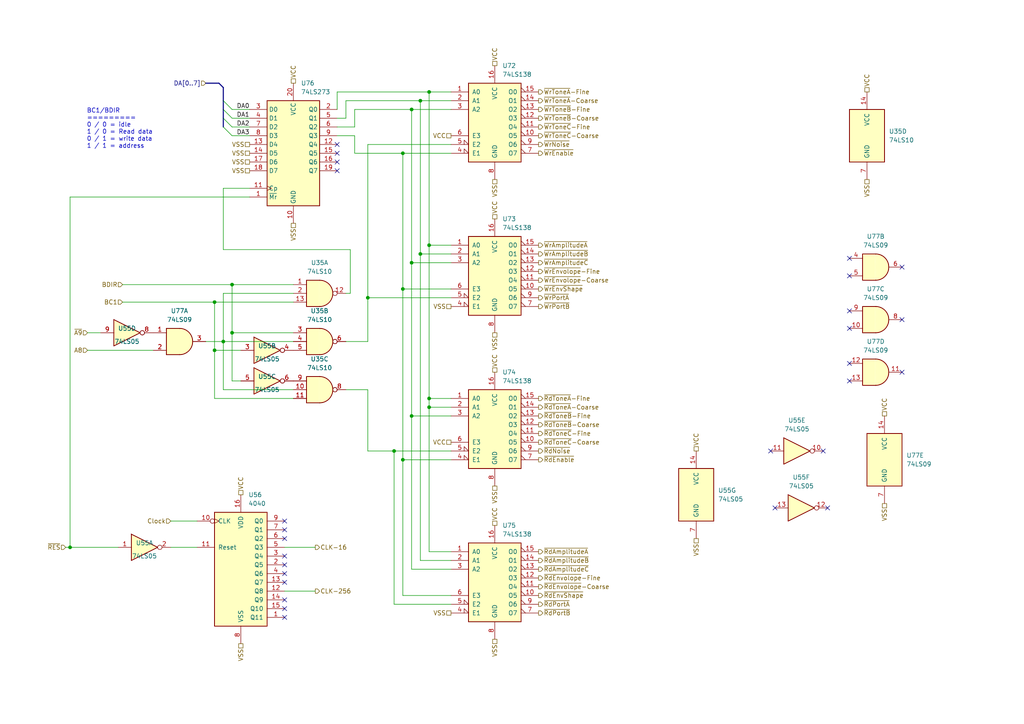
<source format=kicad_sch>
(kicad_sch
	(version 20250114)
	(generator "eeschema")
	(generator_version "9.0")
	(uuid "08308547-49fc-49d1-8ba3-d68a347624b7")
	(paper "A4")
	(lib_symbols
		(symbol "4xxx:4040"
			(pin_names
				(offset 1.016)
			)
			(exclude_from_sim no)
			(in_bom yes)
			(on_board yes)
			(property "Reference" "U"
				(at -7.62 16.51 0)
				(effects
					(font
						(size 1.27 1.27)
					)
				)
			)
			(property "Value" "4040"
				(at -7.62 -19.05 0)
				(effects
					(font
						(size 1.27 1.27)
					)
				)
			)
			(property "Footprint" ""
				(at 0 0 0)
				(effects
					(font
						(size 1.27 1.27)
					)
					(hide yes)
				)
			)
			(property "Datasheet" "http://www.intersil.com/content/dam/Intersil/documents/cd40/cd4020bms-24bms-40bms.pdf"
				(at 0 0 0)
				(effects
					(font
						(size 1.27 1.27)
					)
					(hide yes)
				)
			)
			(property "Description" "Binary Counter 12 stages (Asynchronous)"
				(at 0 0 0)
				(effects
					(font
						(size 1.27 1.27)
					)
					(hide yes)
				)
			)
			(property "ki_locked" ""
				(at 0 0 0)
				(effects
					(font
						(size 1.27 1.27)
					)
				)
			)
			(property "ki_keywords" "CMOS CNT CNT12"
				(at 0 0 0)
				(effects
					(font
						(size 1.27 1.27)
					)
					(hide yes)
				)
			)
			(property "ki_fp_filters" "DIP?16*"
				(at 0 0 0)
				(effects
					(font
						(size 1.27 1.27)
					)
					(hide yes)
				)
			)
			(symbol "4040_1_0"
				(pin input inverted_clock
					(at -12.7 12.7 0)
					(length 5.08)
					(name "CLK"
						(effects
							(font
								(size 1.27 1.27)
							)
						)
					)
					(number "10"
						(effects
							(font
								(size 1.27 1.27)
							)
						)
					)
				)
				(pin input line
					(at -12.7 5.08 0)
					(length 5.08)
					(name "Reset"
						(effects
							(font
								(size 1.27 1.27)
							)
						)
					)
					(number "11"
						(effects
							(font
								(size 1.27 1.27)
							)
						)
					)
				)
				(pin power_in line
					(at 0 20.32 270)
					(length 5.08)
					(name "VDD"
						(effects
							(font
								(size 1.27 1.27)
							)
						)
					)
					(number "16"
						(effects
							(font
								(size 1.27 1.27)
							)
						)
					)
				)
				(pin power_in line
					(at 0 -22.86 90)
					(length 5.08)
					(name "VSS"
						(effects
							(font
								(size 1.27 1.27)
							)
						)
					)
					(number "8"
						(effects
							(font
								(size 1.27 1.27)
							)
						)
					)
				)
				(pin output line
					(at 12.7 12.7 180)
					(length 5.08)
					(name "Q0"
						(effects
							(font
								(size 1.27 1.27)
							)
						)
					)
					(number "9"
						(effects
							(font
								(size 1.27 1.27)
							)
						)
					)
				)
				(pin output line
					(at 12.7 10.16 180)
					(length 5.08)
					(name "Q1"
						(effects
							(font
								(size 1.27 1.27)
							)
						)
					)
					(number "7"
						(effects
							(font
								(size 1.27 1.27)
							)
						)
					)
				)
				(pin output line
					(at 12.7 7.62 180)
					(length 5.08)
					(name "Q2"
						(effects
							(font
								(size 1.27 1.27)
							)
						)
					)
					(number "6"
						(effects
							(font
								(size 1.27 1.27)
							)
						)
					)
				)
				(pin output line
					(at 12.7 5.08 180)
					(length 5.08)
					(name "Q3"
						(effects
							(font
								(size 1.27 1.27)
							)
						)
					)
					(number "5"
						(effects
							(font
								(size 1.27 1.27)
							)
						)
					)
				)
				(pin output line
					(at 12.7 2.54 180)
					(length 5.08)
					(name "Q4"
						(effects
							(font
								(size 1.27 1.27)
							)
						)
					)
					(number "3"
						(effects
							(font
								(size 1.27 1.27)
							)
						)
					)
				)
				(pin output line
					(at 12.7 0 180)
					(length 5.08)
					(name "Q5"
						(effects
							(font
								(size 1.27 1.27)
							)
						)
					)
					(number "2"
						(effects
							(font
								(size 1.27 1.27)
							)
						)
					)
				)
				(pin output line
					(at 12.7 -2.54 180)
					(length 5.08)
					(name "Q6"
						(effects
							(font
								(size 1.27 1.27)
							)
						)
					)
					(number "4"
						(effects
							(font
								(size 1.27 1.27)
							)
						)
					)
				)
				(pin output line
					(at 12.7 -5.08 180)
					(length 5.08)
					(name "Q7"
						(effects
							(font
								(size 1.27 1.27)
							)
						)
					)
					(number "13"
						(effects
							(font
								(size 1.27 1.27)
							)
						)
					)
				)
				(pin output line
					(at 12.7 -7.62 180)
					(length 5.08)
					(name "Q8"
						(effects
							(font
								(size 1.27 1.27)
							)
						)
					)
					(number "12"
						(effects
							(font
								(size 1.27 1.27)
							)
						)
					)
				)
				(pin output line
					(at 12.7 -10.16 180)
					(length 5.08)
					(name "Q9"
						(effects
							(font
								(size 1.27 1.27)
							)
						)
					)
					(number "14"
						(effects
							(font
								(size 1.27 1.27)
							)
						)
					)
				)
				(pin output line
					(at 12.7 -12.7 180)
					(length 5.08)
					(name "Q10"
						(effects
							(font
								(size 1.27 1.27)
							)
						)
					)
					(number "15"
						(effects
							(font
								(size 1.27 1.27)
							)
						)
					)
				)
				(pin output line
					(at 12.7 -15.24 180)
					(length 5.08)
					(name "Q11"
						(effects
							(font
								(size 1.27 1.27)
							)
						)
					)
					(number "1"
						(effects
							(font
								(size 1.27 1.27)
							)
						)
					)
				)
			)
			(symbol "4040_1_1"
				(rectangle
					(start -7.62 15.24)
					(end 7.62 -17.78)
					(stroke
						(width 0.254)
						(type default)
					)
					(fill
						(type background)
					)
				)
			)
			(embedded_fonts no)
		)
		(symbol "74xx:74LS05"
			(pin_names
				(offset 1.016)
			)
			(exclude_from_sim no)
			(in_bom yes)
			(on_board yes)
			(property "Reference" "U"
				(at 0 1.27 0)
				(effects
					(font
						(size 1.27 1.27)
					)
				)
			)
			(property "Value" "74LS05"
				(at 0 -1.27 0)
				(effects
					(font
						(size 1.27 1.27)
					)
				)
			)
			(property "Footprint" ""
				(at 0 0 0)
				(effects
					(font
						(size 1.27 1.27)
					)
					(hide yes)
				)
			)
			(property "Datasheet" "http://www.ti.com/lit/gpn/sn74LS05"
				(at 0 0 0)
				(effects
					(font
						(size 1.27 1.27)
					)
					(hide yes)
				)
			)
			(property "Description" "Inverter Open Collect"
				(at 0 0 0)
				(effects
					(font
						(size 1.27 1.27)
					)
					(hide yes)
				)
			)
			(property "ki_locked" ""
				(at 0 0 0)
				(effects
					(font
						(size 1.27 1.27)
					)
				)
			)
			(property "ki_keywords" "TTL not inv OpenCol"
				(at 0 0 0)
				(effects
					(font
						(size 1.27 1.27)
					)
					(hide yes)
				)
			)
			(property "ki_fp_filters" "DIP*W7.62mm*"
				(at 0 0 0)
				(effects
					(font
						(size 1.27 1.27)
					)
					(hide yes)
				)
			)
			(symbol "74LS05_1_0"
				(polyline
					(pts
						(xy -3.81 3.81) (xy -3.81 -3.81) (xy 3.81 0) (xy -3.81 3.81)
					)
					(stroke
						(width 0.254)
						(type default)
					)
					(fill
						(type background)
					)
				)
				(pin input line
					(at -7.62 0 0)
					(length 3.81)
					(name "~"
						(effects
							(font
								(size 1.27 1.27)
							)
						)
					)
					(number "1"
						(effects
							(font
								(size 1.27 1.27)
							)
						)
					)
				)
				(pin open_collector inverted
					(at 7.62 0 180)
					(length 3.81)
					(name "~"
						(effects
							(font
								(size 1.27 1.27)
							)
						)
					)
					(number "2"
						(effects
							(font
								(size 1.27 1.27)
							)
						)
					)
				)
			)
			(symbol "74LS05_2_0"
				(polyline
					(pts
						(xy -3.81 3.81) (xy -3.81 -3.81) (xy 3.81 0) (xy -3.81 3.81)
					)
					(stroke
						(width 0.254)
						(type default)
					)
					(fill
						(type background)
					)
				)
				(pin input line
					(at -7.62 0 0)
					(length 3.81)
					(name "~"
						(effects
							(font
								(size 1.27 1.27)
							)
						)
					)
					(number "3"
						(effects
							(font
								(size 1.27 1.27)
							)
						)
					)
				)
				(pin open_collector inverted
					(at 7.62 0 180)
					(length 3.81)
					(name "~"
						(effects
							(font
								(size 1.27 1.27)
							)
						)
					)
					(number "4"
						(effects
							(font
								(size 1.27 1.27)
							)
						)
					)
				)
			)
			(symbol "74LS05_3_0"
				(polyline
					(pts
						(xy -3.81 3.81) (xy -3.81 -3.81) (xy 3.81 0) (xy -3.81 3.81)
					)
					(stroke
						(width 0.254)
						(type default)
					)
					(fill
						(type background)
					)
				)
				(pin input line
					(at -7.62 0 0)
					(length 3.81)
					(name "~"
						(effects
							(font
								(size 1.27 1.27)
							)
						)
					)
					(number "5"
						(effects
							(font
								(size 1.27 1.27)
							)
						)
					)
				)
				(pin open_collector inverted
					(at 7.62 0 180)
					(length 3.81)
					(name "~"
						(effects
							(font
								(size 1.27 1.27)
							)
						)
					)
					(number "6"
						(effects
							(font
								(size 1.27 1.27)
							)
						)
					)
				)
			)
			(symbol "74LS05_4_0"
				(polyline
					(pts
						(xy -3.81 3.81) (xy -3.81 -3.81) (xy 3.81 0) (xy -3.81 3.81)
					)
					(stroke
						(width 0.254)
						(type default)
					)
					(fill
						(type background)
					)
				)
				(pin input line
					(at -7.62 0 0)
					(length 3.81)
					(name "~"
						(effects
							(font
								(size 1.27 1.27)
							)
						)
					)
					(number "9"
						(effects
							(font
								(size 1.27 1.27)
							)
						)
					)
				)
				(pin open_collector inverted
					(at 7.62 0 180)
					(length 3.81)
					(name "~"
						(effects
							(font
								(size 1.27 1.27)
							)
						)
					)
					(number "8"
						(effects
							(font
								(size 1.27 1.27)
							)
						)
					)
				)
			)
			(symbol "74LS05_5_0"
				(polyline
					(pts
						(xy -3.81 3.81) (xy -3.81 -3.81) (xy 3.81 0) (xy -3.81 3.81)
					)
					(stroke
						(width 0.254)
						(type default)
					)
					(fill
						(type background)
					)
				)
				(pin input line
					(at -7.62 0 0)
					(length 3.81)
					(name "~"
						(effects
							(font
								(size 1.27 1.27)
							)
						)
					)
					(number "11"
						(effects
							(font
								(size 1.27 1.27)
							)
						)
					)
				)
				(pin open_collector inverted
					(at 7.62 0 180)
					(length 3.81)
					(name "~"
						(effects
							(font
								(size 1.27 1.27)
							)
						)
					)
					(number "10"
						(effects
							(font
								(size 1.27 1.27)
							)
						)
					)
				)
			)
			(symbol "74LS05_6_0"
				(polyline
					(pts
						(xy -3.81 3.81) (xy -3.81 -3.81) (xy 3.81 0) (xy -3.81 3.81)
					)
					(stroke
						(width 0.254)
						(type default)
					)
					(fill
						(type background)
					)
				)
				(pin input line
					(at -7.62 0 0)
					(length 3.81)
					(name "~"
						(effects
							(font
								(size 1.27 1.27)
							)
						)
					)
					(number "13"
						(effects
							(font
								(size 1.27 1.27)
							)
						)
					)
				)
				(pin open_collector inverted
					(at 7.62 0 180)
					(length 3.81)
					(name "~"
						(effects
							(font
								(size 1.27 1.27)
							)
						)
					)
					(number "12"
						(effects
							(font
								(size 1.27 1.27)
							)
						)
					)
				)
			)
			(symbol "74LS05_7_0"
				(pin power_in line
					(at 0 12.7 270)
					(length 5.08)
					(name "VCC"
						(effects
							(font
								(size 1.27 1.27)
							)
						)
					)
					(number "14"
						(effects
							(font
								(size 1.27 1.27)
							)
						)
					)
				)
				(pin power_in line
					(at 0 -12.7 90)
					(length 5.08)
					(name "GND"
						(effects
							(font
								(size 1.27 1.27)
							)
						)
					)
					(number "7"
						(effects
							(font
								(size 1.27 1.27)
							)
						)
					)
				)
			)
			(symbol "74LS05_7_1"
				(rectangle
					(start -5.08 7.62)
					(end 5.08 -7.62)
					(stroke
						(width 0.254)
						(type default)
					)
					(fill
						(type background)
					)
				)
			)
			(embedded_fonts no)
		)
		(symbol "74xx:74LS09"
			(pin_names
				(offset 1.016)
			)
			(exclude_from_sim no)
			(in_bom yes)
			(on_board yes)
			(property "Reference" "U"
				(at 0 1.27 0)
				(effects
					(font
						(size 1.27 1.27)
					)
				)
			)
			(property "Value" "74LS09"
				(at 0 -1.27 0)
				(effects
					(font
						(size 1.27 1.27)
					)
				)
			)
			(property "Footprint" ""
				(at 0 0 0)
				(effects
					(font
						(size 1.27 1.27)
					)
					(hide yes)
				)
			)
			(property "Datasheet" "http://www.ti.com/lit/gpn/sn74LS09"
				(at 0 0 0)
				(effects
					(font
						(size 1.27 1.27)
					)
					(hide yes)
				)
			)
			(property "Description" "Quad 2-input AND Open Collect"
				(at 0 0 0)
				(effects
					(font
						(size 1.27 1.27)
					)
					(hide yes)
				)
			)
			(property "ki_locked" ""
				(at 0 0 0)
				(effects
					(font
						(size 1.27 1.27)
					)
				)
			)
			(property "ki_keywords" "TTL and2 OpenCol"
				(at 0 0 0)
				(effects
					(font
						(size 1.27 1.27)
					)
					(hide yes)
				)
			)
			(property "ki_fp_filters" "DIP*W7.62mm*"
				(at 0 0 0)
				(effects
					(font
						(size 1.27 1.27)
					)
					(hide yes)
				)
			)
			(symbol "74LS09_1_1"
				(arc
					(start 0 3.81)
					(mid 3.7934 0)
					(end 0 -3.81)
					(stroke
						(width 0.254)
						(type default)
					)
					(fill
						(type background)
					)
				)
				(polyline
					(pts
						(xy 0 3.81) (xy -3.81 3.81) (xy -3.81 -3.81) (xy 0 -3.81)
					)
					(stroke
						(width 0.254)
						(type default)
					)
					(fill
						(type background)
					)
				)
				(pin input line
					(at -7.62 2.54 0)
					(length 3.81)
					(name "~"
						(effects
							(font
								(size 1.27 1.27)
							)
						)
					)
					(number "1"
						(effects
							(font
								(size 1.27 1.27)
							)
						)
					)
				)
				(pin input line
					(at -7.62 -2.54 0)
					(length 3.81)
					(name "~"
						(effects
							(font
								(size 1.27 1.27)
							)
						)
					)
					(number "2"
						(effects
							(font
								(size 1.27 1.27)
							)
						)
					)
				)
				(pin open_collector line
					(at 7.62 0 180)
					(length 3.81)
					(name "~"
						(effects
							(font
								(size 1.27 1.27)
							)
						)
					)
					(number "3"
						(effects
							(font
								(size 1.27 1.27)
							)
						)
					)
				)
			)
			(symbol "74LS09_1_2"
				(arc
					(start -3.81 3.81)
					(mid -2.589 0)
					(end -3.81 -3.81)
					(stroke
						(width 0.254)
						(type default)
					)
					(fill
						(type none)
					)
				)
				(polyline
					(pts
						(xy -3.81 3.81) (xy -0.635 3.81)
					)
					(stroke
						(width 0.254)
						(type default)
					)
					(fill
						(type background)
					)
				)
				(polyline
					(pts
						(xy -3.81 -3.81) (xy -0.635 -3.81)
					)
					(stroke
						(width 0.254)
						(type default)
					)
					(fill
						(type background)
					)
				)
				(arc
					(start 3.81 0)
					(mid 2.1855 -2.584)
					(end -0.6096 -3.81)
					(stroke
						(width 0.254)
						(type default)
					)
					(fill
						(type background)
					)
				)
				(arc
					(start -0.6096 3.81)
					(mid 2.1928 2.5924)
					(end 3.81 0)
					(stroke
						(width 0.254)
						(type default)
					)
					(fill
						(type background)
					)
				)
				(polyline
					(pts
						(xy -0.635 3.81) (xy -3.81 3.81) (xy -3.81 3.81) (xy -3.556 3.4036) (xy -3.0226 2.2606) (xy -2.6924 1.0414)
						(xy -2.6162 -0.254) (xy -2.7686 -1.4986) (xy -3.175 -2.7178) (xy -3.81 -3.81) (xy -3.81 -3.81)
						(xy -0.635 -3.81)
					)
					(stroke
						(width -25.4)
						(type default)
					)
					(fill
						(type background)
					)
				)
				(pin input inverted
					(at -7.62 2.54 0)
					(length 4.318)
					(name "~"
						(effects
							(font
								(size 1.27 1.27)
							)
						)
					)
					(number "1"
						(effects
							(font
								(size 1.27 1.27)
							)
						)
					)
				)
				(pin input inverted
					(at -7.62 -2.54 0)
					(length 4.318)
					(name "~"
						(effects
							(font
								(size 1.27 1.27)
							)
						)
					)
					(number "2"
						(effects
							(font
								(size 1.27 1.27)
							)
						)
					)
				)
				(pin output inverted
					(at 7.62 0 180)
					(length 3.81)
					(name "~"
						(effects
							(font
								(size 1.27 1.27)
							)
						)
					)
					(number "3"
						(effects
							(font
								(size 1.27 1.27)
							)
						)
					)
				)
			)
			(symbol "74LS09_2_1"
				(arc
					(start 0 3.81)
					(mid 3.7934 0)
					(end 0 -3.81)
					(stroke
						(width 0.254)
						(type default)
					)
					(fill
						(type background)
					)
				)
				(polyline
					(pts
						(xy 0 3.81) (xy -3.81 3.81) (xy -3.81 -3.81) (xy 0 -3.81)
					)
					(stroke
						(width 0.254)
						(type default)
					)
					(fill
						(type background)
					)
				)
				(pin input line
					(at -7.62 2.54 0)
					(length 3.81)
					(name "~"
						(effects
							(font
								(size 1.27 1.27)
							)
						)
					)
					(number "4"
						(effects
							(font
								(size 1.27 1.27)
							)
						)
					)
				)
				(pin input line
					(at -7.62 -2.54 0)
					(length 3.81)
					(name "~"
						(effects
							(font
								(size 1.27 1.27)
							)
						)
					)
					(number "5"
						(effects
							(font
								(size 1.27 1.27)
							)
						)
					)
				)
				(pin open_collector line
					(at 7.62 0 180)
					(length 3.81)
					(name "~"
						(effects
							(font
								(size 1.27 1.27)
							)
						)
					)
					(number "6"
						(effects
							(font
								(size 1.27 1.27)
							)
						)
					)
				)
			)
			(symbol "74LS09_2_2"
				(arc
					(start -3.81 3.81)
					(mid -2.589 0)
					(end -3.81 -3.81)
					(stroke
						(width 0.254)
						(type default)
					)
					(fill
						(type none)
					)
				)
				(polyline
					(pts
						(xy -3.81 3.81) (xy -0.635 3.81)
					)
					(stroke
						(width 0.254)
						(type default)
					)
					(fill
						(type background)
					)
				)
				(polyline
					(pts
						(xy -3.81 -3.81) (xy -0.635 -3.81)
					)
					(stroke
						(width 0.254)
						(type default)
					)
					(fill
						(type background)
					)
				)
				(arc
					(start 3.81 0)
					(mid 2.1855 -2.584)
					(end -0.6096 -3.81)
					(stroke
						(width 0.254)
						(type default)
					)
					(fill
						(type background)
					)
				)
				(arc
					(start -0.6096 3.81)
					(mid 2.1928 2.5924)
					(end 3.81 0)
					(stroke
						(width 0.254)
						(type default)
					)
					(fill
						(type background)
					)
				)
				(polyline
					(pts
						(xy -0.635 3.81) (xy -3.81 3.81) (xy -3.81 3.81) (xy -3.556 3.4036) (xy -3.0226 2.2606) (xy -2.6924 1.0414)
						(xy -2.6162 -0.254) (xy -2.7686 -1.4986) (xy -3.175 -2.7178) (xy -3.81 -3.81) (xy -3.81 -3.81)
						(xy -0.635 -3.81)
					)
					(stroke
						(width -25.4)
						(type default)
					)
					(fill
						(type background)
					)
				)
				(pin input inverted
					(at -7.62 2.54 0)
					(length 4.318)
					(name "~"
						(effects
							(font
								(size 1.27 1.27)
							)
						)
					)
					(number "4"
						(effects
							(font
								(size 1.27 1.27)
							)
						)
					)
				)
				(pin input inverted
					(at -7.62 -2.54 0)
					(length 4.318)
					(name "~"
						(effects
							(font
								(size 1.27 1.27)
							)
						)
					)
					(number "5"
						(effects
							(font
								(size 1.27 1.27)
							)
						)
					)
				)
				(pin output inverted
					(at 7.62 0 180)
					(length 3.81)
					(name "~"
						(effects
							(font
								(size 1.27 1.27)
							)
						)
					)
					(number "6"
						(effects
							(font
								(size 1.27 1.27)
							)
						)
					)
				)
			)
			(symbol "74LS09_3_1"
				(arc
					(start 0 3.81)
					(mid 3.7934 0)
					(end 0 -3.81)
					(stroke
						(width 0.254)
						(type default)
					)
					(fill
						(type background)
					)
				)
				(polyline
					(pts
						(xy 0 3.81) (xy -3.81 3.81) (xy -3.81 -3.81) (xy 0 -3.81)
					)
					(stroke
						(width 0.254)
						(type default)
					)
					(fill
						(type background)
					)
				)
				(pin input line
					(at -7.62 2.54 0)
					(length 3.81)
					(name "~"
						(effects
							(font
								(size 1.27 1.27)
							)
						)
					)
					(number "9"
						(effects
							(font
								(size 1.27 1.27)
							)
						)
					)
				)
				(pin input line
					(at -7.62 -2.54 0)
					(length 3.81)
					(name "~"
						(effects
							(font
								(size 1.27 1.27)
							)
						)
					)
					(number "10"
						(effects
							(font
								(size 1.27 1.27)
							)
						)
					)
				)
				(pin open_collector line
					(at 7.62 0 180)
					(length 3.81)
					(name "~"
						(effects
							(font
								(size 1.27 1.27)
							)
						)
					)
					(number "8"
						(effects
							(font
								(size 1.27 1.27)
							)
						)
					)
				)
			)
			(symbol "74LS09_3_2"
				(arc
					(start -3.81 3.81)
					(mid -2.589 0)
					(end -3.81 -3.81)
					(stroke
						(width 0.254)
						(type default)
					)
					(fill
						(type none)
					)
				)
				(polyline
					(pts
						(xy -3.81 3.81) (xy -0.635 3.81)
					)
					(stroke
						(width 0.254)
						(type default)
					)
					(fill
						(type background)
					)
				)
				(polyline
					(pts
						(xy -3.81 -3.81) (xy -0.635 -3.81)
					)
					(stroke
						(width 0.254)
						(type default)
					)
					(fill
						(type background)
					)
				)
				(arc
					(start 3.81 0)
					(mid 2.1855 -2.584)
					(end -0.6096 -3.81)
					(stroke
						(width 0.254)
						(type default)
					)
					(fill
						(type background)
					)
				)
				(arc
					(start -0.6096 3.81)
					(mid 2.1928 2.5924)
					(end 3.81 0)
					(stroke
						(width 0.254)
						(type default)
					)
					(fill
						(type background)
					)
				)
				(polyline
					(pts
						(xy -0.635 3.81) (xy -3.81 3.81) (xy -3.81 3.81) (xy -3.556 3.4036) (xy -3.0226 2.2606) (xy -2.6924 1.0414)
						(xy -2.6162 -0.254) (xy -2.7686 -1.4986) (xy -3.175 -2.7178) (xy -3.81 -3.81) (xy -3.81 -3.81)
						(xy -0.635 -3.81)
					)
					(stroke
						(width -25.4)
						(type default)
					)
					(fill
						(type background)
					)
				)
				(pin input inverted
					(at -7.62 2.54 0)
					(length 4.318)
					(name "~"
						(effects
							(font
								(size 1.27 1.27)
							)
						)
					)
					(number "9"
						(effects
							(font
								(size 1.27 1.27)
							)
						)
					)
				)
				(pin input inverted
					(at -7.62 -2.54 0)
					(length 4.318)
					(name "~"
						(effects
							(font
								(size 1.27 1.27)
							)
						)
					)
					(number "10"
						(effects
							(font
								(size 1.27 1.27)
							)
						)
					)
				)
				(pin output inverted
					(at 7.62 0 180)
					(length 3.81)
					(name "~"
						(effects
							(font
								(size 1.27 1.27)
							)
						)
					)
					(number "8"
						(effects
							(font
								(size 1.27 1.27)
							)
						)
					)
				)
			)
			(symbol "74LS09_4_1"
				(arc
					(start 0 3.81)
					(mid 3.7934 0)
					(end 0 -3.81)
					(stroke
						(width 0.254)
						(type default)
					)
					(fill
						(type background)
					)
				)
				(polyline
					(pts
						(xy 0 3.81) (xy -3.81 3.81) (xy -3.81 -3.81) (xy 0 -3.81)
					)
					(stroke
						(width 0.254)
						(type default)
					)
					(fill
						(type background)
					)
				)
				(pin input line
					(at -7.62 2.54 0)
					(length 3.81)
					(name "~"
						(effects
							(font
								(size 1.27 1.27)
							)
						)
					)
					(number "12"
						(effects
							(font
								(size 1.27 1.27)
							)
						)
					)
				)
				(pin input line
					(at -7.62 -2.54 0)
					(length 3.81)
					(name "~"
						(effects
							(font
								(size 1.27 1.27)
							)
						)
					)
					(number "13"
						(effects
							(font
								(size 1.27 1.27)
							)
						)
					)
				)
				(pin open_collector line
					(at 7.62 0 180)
					(length 3.81)
					(name "~"
						(effects
							(font
								(size 1.27 1.27)
							)
						)
					)
					(number "11"
						(effects
							(font
								(size 1.27 1.27)
							)
						)
					)
				)
			)
			(symbol "74LS09_4_2"
				(arc
					(start -3.81 3.81)
					(mid -2.589 0)
					(end -3.81 -3.81)
					(stroke
						(width 0.254)
						(type default)
					)
					(fill
						(type none)
					)
				)
				(polyline
					(pts
						(xy -3.81 3.81) (xy -0.635 3.81)
					)
					(stroke
						(width 0.254)
						(type default)
					)
					(fill
						(type background)
					)
				)
				(polyline
					(pts
						(xy -3.81 -3.81) (xy -0.635 -3.81)
					)
					(stroke
						(width 0.254)
						(type default)
					)
					(fill
						(type background)
					)
				)
				(arc
					(start 3.81 0)
					(mid 2.1855 -2.584)
					(end -0.6096 -3.81)
					(stroke
						(width 0.254)
						(type default)
					)
					(fill
						(type background)
					)
				)
				(arc
					(start -0.6096 3.81)
					(mid 2.1928 2.5924)
					(end 3.81 0)
					(stroke
						(width 0.254)
						(type default)
					)
					(fill
						(type background)
					)
				)
				(polyline
					(pts
						(xy -0.635 3.81) (xy -3.81 3.81) (xy -3.81 3.81) (xy -3.556 3.4036) (xy -3.0226 2.2606) (xy -2.6924 1.0414)
						(xy -2.6162 -0.254) (xy -2.7686 -1.4986) (xy -3.175 -2.7178) (xy -3.81 -3.81) (xy -3.81 -3.81)
						(xy -0.635 -3.81)
					)
					(stroke
						(width -25.4)
						(type default)
					)
					(fill
						(type background)
					)
				)
				(pin input inverted
					(at -7.62 2.54 0)
					(length 4.318)
					(name "~"
						(effects
							(font
								(size 1.27 1.27)
							)
						)
					)
					(number "12"
						(effects
							(font
								(size 1.27 1.27)
							)
						)
					)
				)
				(pin input inverted
					(at -7.62 -2.54 0)
					(length 4.318)
					(name "~"
						(effects
							(font
								(size 1.27 1.27)
							)
						)
					)
					(number "13"
						(effects
							(font
								(size 1.27 1.27)
							)
						)
					)
				)
				(pin output inverted
					(at 7.62 0 180)
					(length 3.81)
					(name "~"
						(effects
							(font
								(size 1.27 1.27)
							)
						)
					)
					(number "11"
						(effects
							(font
								(size 1.27 1.27)
							)
						)
					)
				)
			)
			(symbol "74LS09_5_0"
				(pin power_in line
					(at 0 12.7 270)
					(length 5.08)
					(name "VCC"
						(effects
							(font
								(size 1.27 1.27)
							)
						)
					)
					(number "14"
						(effects
							(font
								(size 1.27 1.27)
							)
						)
					)
				)
				(pin power_in line
					(at 0 -12.7 90)
					(length 5.08)
					(name "GND"
						(effects
							(font
								(size 1.27 1.27)
							)
						)
					)
					(number "7"
						(effects
							(font
								(size 1.27 1.27)
							)
						)
					)
				)
			)
			(symbol "74LS09_5_1"
				(rectangle
					(start -5.08 7.62)
					(end 5.08 -7.62)
					(stroke
						(width 0.254)
						(type default)
					)
					(fill
						(type background)
					)
				)
			)
			(embedded_fonts no)
		)
		(symbol "74xx:74LS10"
			(pin_names
				(offset 1.016)
			)
			(exclude_from_sim no)
			(in_bom yes)
			(on_board yes)
			(property "Reference" "U"
				(at 0 1.27 0)
				(effects
					(font
						(size 1.27 1.27)
					)
				)
			)
			(property "Value" "74LS10"
				(at 0 -1.27 0)
				(effects
					(font
						(size 1.27 1.27)
					)
				)
			)
			(property "Footprint" ""
				(at 0 0 0)
				(effects
					(font
						(size 1.27 1.27)
					)
					(hide yes)
				)
			)
			(property "Datasheet" "http://www.ti.com/lit/gpn/sn74LS10"
				(at 0 0 0)
				(effects
					(font
						(size 1.27 1.27)
					)
					(hide yes)
				)
			)
			(property "Description" "Triple 3-input NAND"
				(at 0 0 0)
				(effects
					(font
						(size 1.27 1.27)
					)
					(hide yes)
				)
			)
			(property "ki_locked" ""
				(at 0 0 0)
				(effects
					(font
						(size 1.27 1.27)
					)
				)
			)
			(property "ki_keywords" "TTL Nand3"
				(at 0 0 0)
				(effects
					(font
						(size 1.27 1.27)
					)
					(hide yes)
				)
			)
			(property "ki_fp_filters" "DIP*W7.62mm*"
				(at 0 0 0)
				(effects
					(font
						(size 1.27 1.27)
					)
					(hide yes)
				)
			)
			(symbol "74LS10_1_1"
				(arc
					(start 0 3.81)
					(mid 3.7934 0)
					(end 0 -3.81)
					(stroke
						(width 0.254)
						(type default)
					)
					(fill
						(type background)
					)
				)
				(polyline
					(pts
						(xy 0 3.81) (xy -3.81 3.81) (xy -3.81 -3.81) (xy 0 -3.81)
					)
					(stroke
						(width 0.254)
						(type default)
					)
					(fill
						(type background)
					)
				)
				(pin input line
					(at -7.62 2.54 0)
					(length 3.81)
					(name "~"
						(effects
							(font
								(size 1.27 1.27)
							)
						)
					)
					(number "1"
						(effects
							(font
								(size 1.27 1.27)
							)
						)
					)
				)
				(pin input line
					(at -7.62 0 0)
					(length 3.81)
					(name "~"
						(effects
							(font
								(size 1.27 1.27)
							)
						)
					)
					(number "2"
						(effects
							(font
								(size 1.27 1.27)
							)
						)
					)
				)
				(pin input line
					(at -7.62 -2.54 0)
					(length 3.81)
					(name "~"
						(effects
							(font
								(size 1.27 1.27)
							)
						)
					)
					(number "13"
						(effects
							(font
								(size 1.27 1.27)
							)
						)
					)
				)
				(pin output inverted
					(at 7.62 0 180)
					(length 3.81)
					(name "~"
						(effects
							(font
								(size 1.27 1.27)
							)
						)
					)
					(number "12"
						(effects
							(font
								(size 1.27 1.27)
							)
						)
					)
				)
			)
			(symbol "74LS10_1_2"
				(arc
					(start -3.81 3.81)
					(mid -2.589 0)
					(end -3.81 -3.81)
					(stroke
						(width 0.254)
						(type default)
					)
					(fill
						(type none)
					)
				)
				(polyline
					(pts
						(xy -3.81 3.81) (xy -0.635 3.81)
					)
					(stroke
						(width 0.254)
						(type default)
					)
					(fill
						(type background)
					)
				)
				(polyline
					(pts
						(xy -3.81 -3.81) (xy -0.635 -3.81)
					)
					(stroke
						(width 0.254)
						(type default)
					)
					(fill
						(type background)
					)
				)
				(arc
					(start 3.81 0)
					(mid 2.1855 -2.584)
					(end -0.6096 -3.81)
					(stroke
						(width 0.254)
						(type default)
					)
					(fill
						(type background)
					)
				)
				(arc
					(start -0.6096 3.81)
					(mid 2.1928 2.5924)
					(end 3.81 0)
					(stroke
						(width 0.254)
						(type default)
					)
					(fill
						(type background)
					)
				)
				(polyline
					(pts
						(xy -0.635 3.81) (xy -3.81 3.81) (xy -3.81 3.81) (xy -3.556 3.4036) (xy -3.0226 2.2606) (xy -2.6924 1.0414)
						(xy -2.6162 -0.254) (xy -2.7686 -1.4986) (xy -3.175 -2.7178) (xy -3.81 -3.81) (xy -3.81 -3.81)
						(xy -0.635 -3.81)
					)
					(stroke
						(width -25.4)
						(type default)
					)
					(fill
						(type background)
					)
				)
				(pin input inverted
					(at -7.62 2.54 0)
					(length 4.318)
					(name "~"
						(effects
							(font
								(size 1.27 1.27)
							)
						)
					)
					(number "1"
						(effects
							(font
								(size 1.27 1.27)
							)
						)
					)
				)
				(pin input inverted
					(at -7.62 0 0)
					(length 4.953)
					(name "~"
						(effects
							(font
								(size 1.27 1.27)
							)
						)
					)
					(number "2"
						(effects
							(font
								(size 1.27 1.27)
							)
						)
					)
				)
				(pin input inverted
					(at -7.62 -2.54 0)
					(length 4.318)
					(name "~"
						(effects
							(font
								(size 1.27 1.27)
							)
						)
					)
					(number "13"
						(effects
							(font
								(size 1.27 1.27)
							)
						)
					)
				)
				(pin output line
					(at 7.62 0 180)
					(length 3.81)
					(name "~"
						(effects
							(font
								(size 1.27 1.27)
							)
						)
					)
					(number "12"
						(effects
							(font
								(size 1.27 1.27)
							)
						)
					)
				)
			)
			(symbol "74LS10_2_1"
				(arc
					(start 0 3.81)
					(mid 3.7934 0)
					(end 0 -3.81)
					(stroke
						(width 0.254)
						(type default)
					)
					(fill
						(type background)
					)
				)
				(polyline
					(pts
						(xy 0 3.81) (xy -3.81 3.81) (xy -3.81 -3.81) (xy 0 -3.81)
					)
					(stroke
						(width 0.254)
						(type default)
					)
					(fill
						(type background)
					)
				)
				(pin input line
					(at -7.62 2.54 0)
					(length 3.81)
					(name "~"
						(effects
							(font
								(size 1.27 1.27)
							)
						)
					)
					(number "3"
						(effects
							(font
								(size 1.27 1.27)
							)
						)
					)
				)
				(pin input line
					(at -7.62 0 0)
					(length 3.81)
					(name "~"
						(effects
							(font
								(size 1.27 1.27)
							)
						)
					)
					(number "4"
						(effects
							(font
								(size 1.27 1.27)
							)
						)
					)
				)
				(pin input line
					(at -7.62 -2.54 0)
					(length 3.81)
					(name "~"
						(effects
							(font
								(size 1.27 1.27)
							)
						)
					)
					(number "5"
						(effects
							(font
								(size 1.27 1.27)
							)
						)
					)
				)
				(pin output inverted
					(at 7.62 0 180)
					(length 3.81)
					(name "~"
						(effects
							(font
								(size 1.27 1.27)
							)
						)
					)
					(number "6"
						(effects
							(font
								(size 1.27 1.27)
							)
						)
					)
				)
			)
			(symbol "74LS10_2_2"
				(arc
					(start -3.81 3.81)
					(mid -2.589 0)
					(end -3.81 -3.81)
					(stroke
						(width 0.254)
						(type default)
					)
					(fill
						(type none)
					)
				)
				(polyline
					(pts
						(xy -3.81 3.81) (xy -0.635 3.81)
					)
					(stroke
						(width 0.254)
						(type default)
					)
					(fill
						(type background)
					)
				)
				(polyline
					(pts
						(xy -3.81 -3.81) (xy -0.635 -3.81)
					)
					(stroke
						(width 0.254)
						(type default)
					)
					(fill
						(type background)
					)
				)
				(arc
					(start 3.81 0)
					(mid 2.1855 -2.584)
					(end -0.6096 -3.81)
					(stroke
						(width 0.254)
						(type default)
					)
					(fill
						(type background)
					)
				)
				(arc
					(start -0.6096 3.81)
					(mid 2.1928 2.5924)
					(end 3.81 0)
					(stroke
						(width 0.254)
						(type default)
					)
					(fill
						(type background)
					)
				)
				(polyline
					(pts
						(xy -0.635 3.81) (xy -3.81 3.81) (xy -3.81 3.81) (xy -3.556 3.4036) (xy -3.0226 2.2606) (xy -2.6924 1.0414)
						(xy -2.6162 -0.254) (xy -2.7686 -1.4986) (xy -3.175 -2.7178) (xy -3.81 -3.81) (xy -3.81 -3.81)
						(xy -0.635 -3.81)
					)
					(stroke
						(width -25.4)
						(type default)
					)
					(fill
						(type background)
					)
				)
				(pin input inverted
					(at -7.62 2.54 0)
					(length 4.318)
					(name "~"
						(effects
							(font
								(size 1.27 1.27)
							)
						)
					)
					(number "3"
						(effects
							(font
								(size 1.27 1.27)
							)
						)
					)
				)
				(pin input inverted
					(at -7.62 0 0)
					(length 4.953)
					(name "~"
						(effects
							(font
								(size 1.27 1.27)
							)
						)
					)
					(number "4"
						(effects
							(font
								(size 1.27 1.27)
							)
						)
					)
				)
				(pin input inverted
					(at -7.62 -2.54 0)
					(length 4.318)
					(name "~"
						(effects
							(font
								(size 1.27 1.27)
							)
						)
					)
					(number "5"
						(effects
							(font
								(size 1.27 1.27)
							)
						)
					)
				)
				(pin output line
					(at 7.62 0 180)
					(length 3.81)
					(name "~"
						(effects
							(font
								(size 1.27 1.27)
							)
						)
					)
					(number "6"
						(effects
							(font
								(size 1.27 1.27)
							)
						)
					)
				)
			)
			(symbol "74LS10_3_1"
				(arc
					(start 0 3.81)
					(mid 3.7934 0)
					(end 0 -3.81)
					(stroke
						(width 0.254)
						(type default)
					)
					(fill
						(type background)
					)
				)
				(polyline
					(pts
						(xy 0 3.81) (xy -3.81 3.81) (xy -3.81 -3.81) (xy 0 -3.81)
					)
					(stroke
						(width 0.254)
						(type default)
					)
					(fill
						(type background)
					)
				)
				(pin input line
					(at -7.62 2.54 0)
					(length 3.81)
					(name "~"
						(effects
							(font
								(size 1.27 1.27)
							)
						)
					)
					(number "9"
						(effects
							(font
								(size 1.27 1.27)
							)
						)
					)
				)
				(pin input line
					(at -7.62 0 0)
					(length 3.81)
					(name "~"
						(effects
							(font
								(size 1.27 1.27)
							)
						)
					)
					(number "10"
						(effects
							(font
								(size 1.27 1.27)
							)
						)
					)
				)
				(pin input line
					(at -7.62 -2.54 0)
					(length 3.81)
					(name "~"
						(effects
							(font
								(size 1.27 1.27)
							)
						)
					)
					(number "11"
						(effects
							(font
								(size 1.27 1.27)
							)
						)
					)
				)
				(pin output inverted
					(at 7.62 0 180)
					(length 3.81)
					(name "~"
						(effects
							(font
								(size 1.27 1.27)
							)
						)
					)
					(number "8"
						(effects
							(font
								(size 1.27 1.27)
							)
						)
					)
				)
			)
			(symbol "74LS10_3_2"
				(arc
					(start -3.81 3.81)
					(mid -2.589 0)
					(end -3.81 -3.81)
					(stroke
						(width 0.254)
						(type default)
					)
					(fill
						(type none)
					)
				)
				(polyline
					(pts
						(xy -3.81 3.81) (xy -0.635 3.81)
					)
					(stroke
						(width 0.254)
						(type default)
					)
					(fill
						(type background)
					)
				)
				(polyline
					(pts
						(xy -3.81 -3.81) (xy -0.635 -3.81)
					)
					(stroke
						(width 0.254)
						(type default)
					)
					(fill
						(type background)
					)
				)
				(arc
					(start 3.81 0)
					(mid 2.1855 -2.584)
					(end -0.6096 -3.81)
					(stroke
						(width 0.254)
						(type default)
					)
					(fill
						(type background)
					)
				)
				(arc
					(start -0.6096 3.81)
					(mid 2.1928 2.5924)
					(end 3.81 0)
					(stroke
						(width 0.254)
						(type default)
					)
					(fill
						(type background)
					)
				)
				(polyline
					(pts
						(xy -0.635 3.81) (xy -3.81 3.81) (xy -3.81 3.81) (xy -3.556 3.4036) (xy -3.0226 2.2606) (xy -2.6924 1.0414)
						(xy -2.6162 -0.254) (xy -2.7686 -1.4986) (xy -3.175 -2.7178) (xy -3.81 -3.81) (xy -3.81 -3.81)
						(xy -0.635 -3.81)
					)
					(stroke
						(width -25.4)
						(type default)
					)
					(fill
						(type background)
					)
				)
				(pin input inverted
					(at -7.62 2.54 0)
					(length 4.318)
					(name "~"
						(effects
							(font
								(size 1.27 1.27)
							)
						)
					)
					(number "9"
						(effects
							(font
								(size 1.27 1.27)
							)
						)
					)
				)
				(pin input inverted
					(at -7.62 0 0)
					(length 4.953)
					(name "~"
						(effects
							(font
								(size 1.27 1.27)
							)
						)
					)
					(number "10"
						(effects
							(font
								(size 1.27 1.27)
							)
						)
					)
				)
				(pin input inverted
					(at -7.62 -2.54 0)
					(length 4.318)
					(name "~"
						(effects
							(font
								(size 1.27 1.27)
							)
						)
					)
					(number "11"
						(effects
							(font
								(size 1.27 1.27)
							)
						)
					)
				)
				(pin output line
					(at 7.62 0 180)
					(length 3.81)
					(name "~"
						(effects
							(font
								(size 1.27 1.27)
							)
						)
					)
					(number "8"
						(effects
							(font
								(size 1.27 1.27)
							)
						)
					)
				)
			)
			(symbol "74LS10_4_0"
				(pin power_in line
					(at 0 12.7 270)
					(length 5.08)
					(name "VCC"
						(effects
							(font
								(size 1.27 1.27)
							)
						)
					)
					(number "14"
						(effects
							(font
								(size 1.27 1.27)
							)
						)
					)
				)
				(pin power_in line
					(at 0 -12.7 90)
					(length 5.08)
					(name "GND"
						(effects
							(font
								(size 1.27 1.27)
							)
						)
					)
					(number "7"
						(effects
							(font
								(size 1.27 1.27)
							)
						)
					)
				)
			)
			(symbol "74LS10_4_1"
				(rectangle
					(start -5.08 7.62)
					(end 5.08 -7.62)
					(stroke
						(width 0.254)
						(type default)
					)
					(fill
						(type background)
					)
				)
			)
			(embedded_fonts no)
		)
		(symbol "74xx:74LS138"
			(pin_names
				(offset 1.016)
			)
			(exclude_from_sim no)
			(in_bom yes)
			(on_board yes)
			(property "Reference" "U"
				(at -7.62 11.43 0)
				(effects
					(font
						(size 1.27 1.27)
					)
				)
			)
			(property "Value" "74LS138"
				(at -7.62 -13.97 0)
				(effects
					(font
						(size 1.27 1.27)
					)
				)
			)
			(property "Footprint" ""
				(at 0 0 0)
				(effects
					(font
						(size 1.27 1.27)
					)
					(hide yes)
				)
			)
			(property "Datasheet" "http://www.ti.com/lit/gpn/sn74LS138"
				(at 0 0 0)
				(effects
					(font
						(size 1.27 1.27)
					)
					(hide yes)
				)
			)
			(property "Description" "Decoder 3 to 8 active low outputs"
				(at 0 0 0)
				(effects
					(font
						(size 1.27 1.27)
					)
					(hide yes)
				)
			)
			(property "ki_locked" ""
				(at 0 0 0)
				(effects
					(font
						(size 1.27 1.27)
					)
				)
			)
			(property "ki_keywords" "TTL DECOD DECOD8"
				(at 0 0 0)
				(effects
					(font
						(size 1.27 1.27)
					)
					(hide yes)
				)
			)
			(property "ki_fp_filters" "DIP?16*"
				(at 0 0 0)
				(effects
					(font
						(size 1.27 1.27)
					)
					(hide yes)
				)
			)
			(symbol "74LS138_1_0"
				(pin input line
					(at -12.7 7.62 0)
					(length 5.08)
					(name "A0"
						(effects
							(font
								(size 1.27 1.27)
							)
						)
					)
					(number "1"
						(effects
							(font
								(size 1.27 1.27)
							)
						)
					)
				)
				(pin input line
					(at -12.7 5.08 0)
					(length 5.08)
					(name "A1"
						(effects
							(font
								(size 1.27 1.27)
							)
						)
					)
					(number "2"
						(effects
							(font
								(size 1.27 1.27)
							)
						)
					)
				)
				(pin input line
					(at -12.7 2.54 0)
					(length 5.08)
					(name "A2"
						(effects
							(font
								(size 1.27 1.27)
							)
						)
					)
					(number "3"
						(effects
							(font
								(size 1.27 1.27)
							)
						)
					)
				)
				(pin input line
					(at -12.7 -5.08 0)
					(length 5.08)
					(name "E3"
						(effects
							(font
								(size 1.27 1.27)
							)
						)
					)
					(number "6"
						(effects
							(font
								(size 1.27 1.27)
							)
						)
					)
				)
				(pin input input_low
					(at -12.7 -7.62 0)
					(length 5.08)
					(name "E2"
						(effects
							(font
								(size 1.27 1.27)
							)
						)
					)
					(number "5"
						(effects
							(font
								(size 1.27 1.27)
							)
						)
					)
				)
				(pin input input_low
					(at -12.7 -10.16 0)
					(length 5.08)
					(name "E1"
						(effects
							(font
								(size 1.27 1.27)
							)
						)
					)
					(number "4"
						(effects
							(font
								(size 1.27 1.27)
							)
						)
					)
				)
				(pin power_in line
					(at 0 15.24 270)
					(length 5.08)
					(name "VCC"
						(effects
							(font
								(size 1.27 1.27)
							)
						)
					)
					(number "16"
						(effects
							(font
								(size 1.27 1.27)
							)
						)
					)
				)
				(pin power_in line
					(at 0 -17.78 90)
					(length 5.08)
					(name "GND"
						(effects
							(font
								(size 1.27 1.27)
							)
						)
					)
					(number "8"
						(effects
							(font
								(size 1.27 1.27)
							)
						)
					)
				)
				(pin output output_low
					(at 12.7 7.62 180)
					(length 5.08)
					(name "O0"
						(effects
							(font
								(size 1.27 1.27)
							)
						)
					)
					(number "15"
						(effects
							(font
								(size 1.27 1.27)
							)
						)
					)
				)
				(pin output output_low
					(at 12.7 5.08 180)
					(length 5.08)
					(name "O1"
						(effects
							(font
								(size 1.27 1.27)
							)
						)
					)
					(number "14"
						(effects
							(font
								(size 1.27 1.27)
							)
						)
					)
				)
				(pin output output_low
					(at 12.7 2.54 180)
					(length 5.08)
					(name "O2"
						(effects
							(font
								(size 1.27 1.27)
							)
						)
					)
					(number "13"
						(effects
							(font
								(size 1.27 1.27)
							)
						)
					)
				)
				(pin output output_low
					(at 12.7 0 180)
					(length 5.08)
					(name "O3"
						(effects
							(font
								(size 1.27 1.27)
							)
						)
					)
					(number "12"
						(effects
							(font
								(size 1.27 1.27)
							)
						)
					)
				)
				(pin output output_low
					(at 12.7 -2.54 180)
					(length 5.08)
					(name "O4"
						(effects
							(font
								(size 1.27 1.27)
							)
						)
					)
					(number "11"
						(effects
							(font
								(size 1.27 1.27)
							)
						)
					)
				)
				(pin output output_low
					(at 12.7 -5.08 180)
					(length 5.08)
					(name "O5"
						(effects
							(font
								(size 1.27 1.27)
							)
						)
					)
					(number "10"
						(effects
							(font
								(size 1.27 1.27)
							)
						)
					)
				)
				(pin output output_low
					(at 12.7 -7.62 180)
					(length 5.08)
					(name "O6"
						(effects
							(font
								(size 1.27 1.27)
							)
						)
					)
					(number "9"
						(effects
							(font
								(size 1.27 1.27)
							)
						)
					)
				)
				(pin output output_low
					(at 12.7 -10.16 180)
					(length 5.08)
					(name "O7"
						(effects
							(font
								(size 1.27 1.27)
							)
						)
					)
					(number "7"
						(effects
							(font
								(size 1.27 1.27)
							)
						)
					)
				)
			)
			(symbol "74LS138_1_1"
				(rectangle
					(start -7.62 10.16)
					(end 7.62 -12.7)
					(stroke
						(width 0.254)
						(type default)
					)
					(fill
						(type background)
					)
				)
			)
			(embedded_fonts no)
		)
		(symbol "74xx:74LS273"
			(exclude_from_sim no)
			(in_bom yes)
			(on_board yes)
			(property "Reference" "U"
				(at -7.62 16.51 0)
				(effects
					(font
						(size 1.27 1.27)
					)
				)
			)
			(property "Value" "74LS273"
				(at -7.62 -16.51 0)
				(effects
					(font
						(size 1.27 1.27)
					)
				)
			)
			(property "Footprint" ""
				(at 0 0 0)
				(effects
					(font
						(size 1.27 1.27)
					)
					(hide yes)
				)
			)
			(property "Datasheet" "http://www.ti.com/lit/gpn/sn74LS273"
				(at 0 0 0)
				(effects
					(font
						(size 1.27 1.27)
					)
					(hide yes)
				)
			)
			(property "Description" "8-bit D Flip-Flop, reset"
				(at 0 0 0)
				(effects
					(font
						(size 1.27 1.27)
					)
					(hide yes)
				)
			)
			(property "ki_keywords" "TTL DFF DFF8"
				(at 0 0 0)
				(effects
					(font
						(size 1.27 1.27)
					)
					(hide yes)
				)
			)
			(property "ki_fp_filters" "DIP?20* SO?20* SOIC?20*"
				(at 0 0 0)
				(effects
					(font
						(size 1.27 1.27)
					)
					(hide yes)
				)
			)
			(symbol "74LS273_1_0"
				(pin input line
					(at -12.7 12.7 0)
					(length 5.08)
					(name "D0"
						(effects
							(font
								(size 1.27 1.27)
							)
						)
					)
					(number "3"
						(effects
							(font
								(size 1.27 1.27)
							)
						)
					)
				)
				(pin input line
					(at -12.7 10.16 0)
					(length 5.08)
					(name "D1"
						(effects
							(font
								(size 1.27 1.27)
							)
						)
					)
					(number "4"
						(effects
							(font
								(size 1.27 1.27)
							)
						)
					)
				)
				(pin input line
					(at -12.7 7.62 0)
					(length 5.08)
					(name "D2"
						(effects
							(font
								(size 1.27 1.27)
							)
						)
					)
					(number "7"
						(effects
							(font
								(size 1.27 1.27)
							)
						)
					)
				)
				(pin input line
					(at -12.7 5.08 0)
					(length 5.08)
					(name "D3"
						(effects
							(font
								(size 1.27 1.27)
							)
						)
					)
					(number "8"
						(effects
							(font
								(size 1.27 1.27)
							)
						)
					)
				)
				(pin input line
					(at -12.7 2.54 0)
					(length 5.08)
					(name "D4"
						(effects
							(font
								(size 1.27 1.27)
							)
						)
					)
					(number "13"
						(effects
							(font
								(size 1.27 1.27)
							)
						)
					)
				)
				(pin input line
					(at -12.7 0 0)
					(length 5.08)
					(name "D5"
						(effects
							(font
								(size 1.27 1.27)
							)
						)
					)
					(number "14"
						(effects
							(font
								(size 1.27 1.27)
							)
						)
					)
				)
				(pin input line
					(at -12.7 -2.54 0)
					(length 5.08)
					(name "D6"
						(effects
							(font
								(size 1.27 1.27)
							)
						)
					)
					(number "17"
						(effects
							(font
								(size 1.27 1.27)
							)
						)
					)
				)
				(pin input line
					(at -12.7 -5.08 0)
					(length 5.08)
					(name "D7"
						(effects
							(font
								(size 1.27 1.27)
							)
						)
					)
					(number "18"
						(effects
							(font
								(size 1.27 1.27)
							)
						)
					)
				)
				(pin input clock
					(at -12.7 -10.16 0)
					(length 5.08)
					(name "Cp"
						(effects
							(font
								(size 1.27 1.27)
							)
						)
					)
					(number "11"
						(effects
							(font
								(size 1.27 1.27)
							)
						)
					)
				)
				(pin input line
					(at -12.7 -12.7 0)
					(length 5.08)
					(name "~{Mr}"
						(effects
							(font
								(size 1.27 1.27)
							)
						)
					)
					(number "1"
						(effects
							(font
								(size 1.27 1.27)
							)
						)
					)
				)
				(pin power_in line
					(at 0 20.32 270)
					(length 5.08)
					(name "VCC"
						(effects
							(font
								(size 1.27 1.27)
							)
						)
					)
					(number "20"
						(effects
							(font
								(size 1.27 1.27)
							)
						)
					)
				)
				(pin power_in line
					(at 0 -20.32 90)
					(length 5.08)
					(name "GND"
						(effects
							(font
								(size 1.27 1.27)
							)
						)
					)
					(number "10"
						(effects
							(font
								(size 1.27 1.27)
							)
						)
					)
				)
				(pin output line
					(at 12.7 12.7 180)
					(length 5.08)
					(name "Q0"
						(effects
							(font
								(size 1.27 1.27)
							)
						)
					)
					(number "2"
						(effects
							(font
								(size 1.27 1.27)
							)
						)
					)
				)
				(pin output line
					(at 12.7 10.16 180)
					(length 5.08)
					(name "Q1"
						(effects
							(font
								(size 1.27 1.27)
							)
						)
					)
					(number "5"
						(effects
							(font
								(size 1.27 1.27)
							)
						)
					)
				)
				(pin output line
					(at 12.7 7.62 180)
					(length 5.08)
					(name "Q2"
						(effects
							(font
								(size 1.27 1.27)
							)
						)
					)
					(number "6"
						(effects
							(font
								(size 1.27 1.27)
							)
						)
					)
				)
				(pin output line
					(at 12.7 5.08 180)
					(length 5.08)
					(name "Q3"
						(effects
							(font
								(size 1.27 1.27)
							)
						)
					)
					(number "9"
						(effects
							(font
								(size 1.27 1.27)
							)
						)
					)
				)
				(pin output line
					(at 12.7 2.54 180)
					(length 5.08)
					(name "Q4"
						(effects
							(font
								(size 1.27 1.27)
							)
						)
					)
					(number "12"
						(effects
							(font
								(size 1.27 1.27)
							)
						)
					)
				)
				(pin output line
					(at 12.7 0 180)
					(length 5.08)
					(name "Q5"
						(effects
							(font
								(size 1.27 1.27)
							)
						)
					)
					(number "15"
						(effects
							(font
								(size 1.27 1.27)
							)
						)
					)
				)
				(pin output line
					(at 12.7 -2.54 180)
					(length 5.08)
					(name "Q6"
						(effects
							(font
								(size 1.27 1.27)
							)
						)
					)
					(number "16"
						(effects
							(font
								(size 1.27 1.27)
							)
						)
					)
				)
				(pin output line
					(at 12.7 -5.08 180)
					(length 5.08)
					(name "Q7"
						(effects
							(font
								(size 1.27 1.27)
							)
						)
					)
					(number "19"
						(effects
							(font
								(size 1.27 1.27)
							)
						)
					)
				)
			)
			(symbol "74LS273_1_1"
				(rectangle
					(start -7.62 15.24)
					(end 7.62 -15.24)
					(stroke
						(width 0.254)
						(type default)
					)
					(fill
						(type background)
					)
				)
			)
			(embedded_fonts no)
		)
	)
	(text "BC1/BDIR\n=========\n0 / 0 = idle\n1 / 0 = Read data\n0 / 1 = write data\n1 / 1 = address"
		(exclude_from_sim no)
		(at 25.146 37.338 0)
		(effects
			(font
				(size 1.27 1.27)
			)
			(justify left)
		)
		(uuid "f18e7218-80db-4faf-8c01-8a0a3ef4520f")
	)
	(junction
		(at 119.38 31.75)
		(diameter 0)
		(color 0 0 0 0)
		(uuid "142cb03c-66ee-44b6-94a6-716fa797c3f5")
	)
	(junction
		(at 20.32 158.75)
		(diameter 0)
		(color 0 0 0 0)
		(uuid "159465ab-12aa-4e6b-a6a1-8a005f83fef6")
	)
	(junction
		(at 124.46 118.11)
		(diameter 0)
		(color 0 0 0 0)
		(uuid "2013d0c5-53c8-4706-9fe9-9e089161b3c0")
	)
	(junction
		(at 121.92 73.66)
		(diameter 0)
		(color 0 0 0 0)
		(uuid "2e103bee-73ca-45a6-8202-26049bc23032")
	)
	(junction
		(at 116.84 133.35)
		(diameter 0)
		(color 0 0 0 0)
		(uuid "3e804365-1e71-4c5a-83ea-edeaf8c22010")
	)
	(junction
		(at 106.68 86.36)
		(diameter 0)
		(color 0 0 0 0)
		(uuid "47353124-9237-443e-8e63-f4e6cb1c2e27")
	)
	(junction
		(at 64.77 99.06)
		(diameter 0)
		(color 0 0 0 0)
		(uuid "5254d7ed-e781-4338-aa5b-2339d6ecd405")
	)
	(junction
		(at 67.31 82.55)
		(diameter 0)
		(color 0 0 0 0)
		(uuid "65c80101-4fd0-492e-833c-3dcb3fadcdbb")
	)
	(junction
		(at 119.38 76.2)
		(diameter 0)
		(color 0 0 0 0)
		(uuid "758a9847-3add-4710-9e1d-966920dc55bc")
	)
	(junction
		(at 62.23 87.63)
		(diameter 0)
		(color 0 0 0 0)
		(uuid "76054792-6e77-421e-9406-4053dbdc8372")
	)
	(junction
		(at 121.92 29.21)
		(diameter 0)
		(color 0 0 0 0)
		(uuid "7a85e2b1-f93d-42a9-9a25-b439b25151a6")
	)
	(junction
		(at 114.3 130.81)
		(diameter 0)
		(color 0 0 0 0)
		(uuid "7ee30ef1-2d70-4933-bf06-875df5c3027a")
	)
	(junction
		(at 116.84 44.45)
		(diameter 0)
		(color 0 0 0 0)
		(uuid "899f15ef-fdec-4d90-93b8-03a57fe40793")
	)
	(junction
		(at 124.46 26.67)
		(diameter 0)
		(color 0 0 0 0)
		(uuid "9d3a4e11-7df0-47d3-bbc0-576f8cd8b727")
	)
	(junction
		(at 116.84 83.82)
		(diameter 0)
		(color 0 0 0 0)
		(uuid "c909f457-76d8-42c2-b573-adc765237b2b")
	)
	(junction
		(at 62.23 101.6)
		(diameter 0)
		(color 0 0 0 0)
		(uuid "c9511a3e-8c6f-4f7a-b4a4-942b8c5b5d39")
	)
	(junction
		(at 124.46 115.57)
		(diameter 0)
		(color 0 0 0 0)
		(uuid "cb677491-2d23-4b59-982e-e763e15ca3e6")
	)
	(junction
		(at 67.31 96.52)
		(diameter 0)
		(color 0 0 0 0)
		(uuid "ddc6a8aa-80f9-4bc4-ab3b-f9be6736b0ec")
	)
	(junction
		(at 119.38 120.65)
		(diameter 0)
		(color 0 0 0 0)
		(uuid "f0b170a6-d691-4c8a-9313-1f906ed8008c")
	)
	(junction
		(at 124.46 71.12)
		(diameter 0)
		(color 0 0 0 0)
		(uuid "fe588d20-ce2c-45ca-bd1c-f12f5b78d2d2")
	)
	(no_connect
		(at 82.55 153.67)
		(uuid "0f5c4599-976b-4e46-bbba-b46a2bf29929")
	)
	(no_connect
		(at 82.55 161.29)
		(uuid "1d115053-4331-4a7c-8a85-a995980d6f36")
	)
	(no_connect
		(at 246.38 90.17)
		(uuid "1ec08e86-401b-4b47-a146-8fd008db2205")
	)
	(no_connect
		(at 97.79 49.53)
		(uuid "23183f9e-2267-45c1-9ee0-566a52373704")
	)
	(no_connect
		(at 238.76 130.81)
		(uuid "34ea31a1-8aa0-4a3d-b061-ffabc5c38f7a")
	)
	(no_connect
		(at 246.38 95.25)
		(uuid "3a762621-834d-4e5c-8ff7-42918076dd39")
	)
	(no_connect
		(at 224.79 147.32)
		(uuid "40c1d984-d4b9-4f13-beca-2a841e9eda89")
	)
	(no_connect
		(at 82.55 151.13)
		(uuid "482bf515-4af9-49c9-bba1-1532ddfe44f7")
	)
	(no_connect
		(at 97.79 44.45)
		(uuid "5e67b9a1-62cd-417d-8f2d-ba75bb4fed1e")
	)
	(no_connect
		(at 97.79 41.91)
		(uuid "605203e1-c0bf-4d92-8ed4-413482b25515")
	)
	(no_connect
		(at 261.62 92.71)
		(uuid "67e683d4-a1f8-43ec-b0b8-216dc8016985")
	)
	(no_connect
		(at 82.55 168.91)
		(uuid "70c50ea9-8979-4310-ab47-58b973eafbe0")
	)
	(no_connect
		(at 97.79 46.99)
		(uuid "71007450-b76d-4bf6-84ea-2a82f7492d4e")
	)
	(no_connect
		(at 82.55 163.83)
		(uuid "74366cc3-d42f-438e-b262-3c1bf5a14e48")
	)
	(no_connect
		(at 261.62 77.47)
		(uuid "753b5689-c694-4e61-a987-f0c663474379")
	)
	(no_connect
		(at 82.55 166.37)
		(uuid "92cdbdee-8244-4540-9602-5539072ef7d9")
	)
	(no_connect
		(at 223.52 130.81)
		(uuid "98d2e3f8-52c9-42c9-a49b-7108f48e01e1")
	)
	(no_connect
		(at 246.38 80.01)
		(uuid "a3efcb0b-9180-497f-93f1-59a3fb657b5d")
	)
	(no_connect
		(at 246.38 105.41)
		(uuid "aed784b7-c46d-4686-9d02-591a88c3bea5")
	)
	(no_connect
		(at 82.55 156.21)
		(uuid "c5cd7186-6442-476c-82c0-2b9ef5913260")
	)
	(no_connect
		(at 240.03 147.32)
		(uuid "cce2b389-31e3-4c6f-b81a-c8a465f0745e")
	)
	(no_connect
		(at 82.55 176.53)
		(uuid "cf13fa4a-7fba-4dfb-8ed7-7adeba4e3106")
	)
	(no_connect
		(at 246.38 110.49)
		(uuid "de5b219b-1bc8-4db7-ae86-99395721172b")
	)
	(no_connect
		(at 261.62 107.95)
		(uuid "e6d86f17-4c33-4526-b5c2-3edbd3f4bc66")
	)
	(no_connect
		(at 82.55 179.07)
		(uuid "f337fda9-cc27-4afd-82b5-e29f452b839f")
	)
	(no_connect
		(at 246.38 74.93)
		(uuid "f4cad860-e5df-4371-ba2a-5e972dd242c2")
	)
	(no_connect
		(at 82.55 173.99)
		(uuid "f6813f8a-b435-4ed1-a53e-489a1dff5662")
	)
	(bus_entry
		(at 64.77 34.29)
		(size 2.54 2.54)
		(stroke
			(width 0)
			(type default)
		)
		(uuid "2e35a73c-cc29-4f74-bcc8-74b2b9cc9d97")
	)
	(bus_entry
		(at 64.77 29.21)
		(size 2.54 2.54)
		(stroke
			(width 0)
			(type default)
		)
		(uuid "3fbc9d2b-9028-426b-b361-f3350d1ff8f5")
	)
	(bus_entry
		(at 64.77 31.75)
		(size 2.54 2.54)
		(stroke
			(width 0)
			(type default)
		)
		(uuid "7ed6378f-89ed-4b1e-913e-ac1343c7d2f9")
	)
	(bus_entry
		(at 64.77 36.83)
		(size 2.54 2.54)
		(stroke
			(width 0)
			(type default)
		)
		(uuid "c337a085-2ce5-4402-ac46-001761bd0fa9")
	)
	(bus
		(pts
			(xy 64.77 31.75) (xy 64.77 34.29)
		)
		(stroke
			(width 0)
			(type default)
		)
		(uuid "011ab489-cbd9-4bd3-ae66-fd1110be788f")
	)
	(wire
		(pts
			(xy 85.09 115.57) (xy 62.23 115.57)
		)
		(stroke
			(width 0)
			(type default)
		)
		(uuid "0555e0e0-b9c1-4659-883b-7262165062a2")
	)
	(wire
		(pts
			(xy 106.68 41.91) (xy 130.81 41.91)
		)
		(stroke
			(width 0)
			(type default)
		)
		(uuid "05bfaa66-0e53-4cd2-a77f-8d307deb9298")
	)
	(wire
		(pts
			(xy 97.79 26.67) (xy 97.79 31.75)
		)
		(stroke
			(width 0)
			(type default)
		)
		(uuid "06f675d2-56ad-494a-a820-c888574e442d")
	)
	(wire
		(pts
			(xy 100.33 29.21) (xy 100.33 34.29)
		)
		(stroke
			(width 0)
			(type default)
		)
		(uuid "084ad0cd-9ea0-417b-9d16-2d850e097b3b")
	)
	(bus
		(pts
			(xy 64.77 34.29) (xy 64.77 36.83)
		)
		(stroke
			(width 0)
			(type default)
		)
		(uuid "0d2a5132-50c2-4a41-8594-3b8dd4fe22c4")
	)
	(wire
		(pts
			(xy 116.84 133.35) (xy 116.84 83.82)
		)
		(stroke
			(width 0)
			(type default)
		)
		(uuid "0e669972-4606-4b0e-9435-fa30b9a41c3f")
	)
	(wire
		(pts
			(xy 124.46 118.11) (xy 124.46 160.02)
		)
		(stroke
			(width 0)
			(type default)
		)
		(uuid "1356fca7-149e-48e1-bdbe-b539c20bc22f")
	)
	(wire
		(pts
			(xy 100.33 113.03) (xy 106.68 113.03)
		)
		(stroke
			(width 0)
			(type default)
		)
		(uuid "150d5e1e-988c-4f90-87e0-e8e9d486d6f4")
	)
	(wire
		(pts
			(xy 64.77 99.06) (xy 85.09 99.06)
		)
		(stroke
			(width 0)
			(type default)
		)
		(uuid "22c9c28d-0b9a-4b5c-b8ae-77fc01f80bc3")
	)
	(wire
		(pts
			(xy 85.09 113.03) (xy 64.77 113.03)
		)
		(stroke
			(width 0)
			(type default)
		)
		(uuid "24b923dc-e029-499d-960a-a4876586a145")
	)
	(wire
		(pts
			(xy 67.31 110.49) (xy 69.85 110.49)
		)
		(stroke
			(width 0)
			(type default)
		)
		(uuid "24eb904c-0ee4-436d-a3ac-6b4bd0870231")
	)
	(wire
		(pts
			(xy 102.87 36.83) (xy 97.79 36.83)
		)
		(stroke
			(width 0)
			(type default)
		)
		(uuid "2744c9e7-691a-4ab3-bde0-5a40df053bb5")
	)
	(wire
		(pts
			(xy 100.33 99.06) (xy 106.68 99.06)
		)
		(stroke
			(width 0)
			(type default)
		)
		(uuid "2abccb6c-40c8-4f87-9976-2816d94239e0")
	)
	(wire
		(pts
			(xy 67.31 36.83) (xy 72.39 36.83)
		)
		(stroke
			(width 0)
			(type default)
		)
		(uuid "2f2ccfdc-4fa5-4929-bbda-b99f70f5c591")
	)
	(wire
		(pts
			(xy 97.79 34.29) (xy 100.33 34.29)
		)
		(stroke
			(width 0)
			(type default)
		)
		(uuid "2ffb4898-3cd7-4284-8505-5fb9740b067f")
	)
	(wire
		(pts
			(xy 62.23 87.63) (xy 85.09 87.63)
		)
		(stroke
			(width 0)
			(type default)
		)
		(uuid "31726bcc-a3a7-4ac5-8247-f750f80fbd97")
	)
	(wire
		(pts
			(xy 64.77 54.61) (xy 72.39 54.61)
		)
		(stroke
			(width 0)
			(type default)
		)
		(uuid "338fbfd6-f533-4bea-bb36-d1b46ed94757")
	)
	(wire
		(pts
			(xy 119.38 31.75) (xy 119.38 76.2)
		)
		(stroke
			(width 0)
			(type default)
		)
		(uuid "3546c2ac-cfb4-429d-82cc-66982b2b0d05")
	)
	(wire
		(pts
			(xy 82.55 158.75) (xy 91.44 158.75)
		)
		(stroke
			(width 0)
			(type default)
		)
		(uuid "358b76ad-40db-4653-94f7-75872f2c056c")
	)
	(wire
		(pts
			(xy 102.87 44.45) (xy 116.84 44.45)
		)
		(stroke
			(width 0)
			(type default)
		)
		(uuid "36423367-db28-404c-ae0a-77ab4c0adc99")
	)
	(wire
		(pts
			(xy 69.85 101.6) (xy 62.23 101.6)
		)
		(stroke
			(width 0)
			(type default)
		)
		(uuid "36d3d996-b29f-4901-ab27-c3df4099ad16")
	)
	(wire
		(pts
			(xy 35.56 87.63) (xy 62.23 87.63)
		)
		(stroke
			(width 0)
			(type default)
		)
		(uuid "3fc5aa92-88c6-45e1-8a72-d0176e15f9a8")
	)
	(wire
		(pts
			(xy 124.46 118.11) (xy 130.81 118.11)
		)
		(stroke
			(width 0)
			(type default)
		)
		(uuid "42e01e7e-6837-4578-bee0-ae921ac8a24b")
	)
	(wire
		(pts
			(xy 20.32 57.15) (xy 20.32 158.75)
		)
		(stroke
			(width 0)
			(type default)
		)
		(uuid "43182b8f-5950-4402-af05-895f0d14d8d5")
	)
	(wire
		(pts
			(xy 25.4 96.52) (xy 29.21 96.52)
		)
		(stroke
			(width 0)
			(type default)
		)
		(uuid "4552ac73-7b4d-4028-901b-da76103d2549")
	)
	(wire
		(pts
			(xy 124.46 115.57) (xy 124.46 118.11)
		)
		(stroke
			(width 0)
			(type default)
		)
		(uuid "471904f8-8bf9-4ecc-a084-7ef049c5189d")
	)
	(wire
		(pts
			(xy 121.92 29.21) (xy 100.33 29.21)
		)
		(stroke
			(width 0)
			(type default)
		)
		(uuid "4bdc330a-d49c-418d-bc6e-c3d39a6d83d8")
	)
	(wire
		(pts
			(xy 119.38 31.75) (xy 102.87 31.75)
		)
		(stroke
			(width 0)
			(type default)
		)
		(uuid "4c52ad34-3c44-40cc-9a6f-b25d96833097")
	)
	(wire
		(pts
			(xy 102.87 39.37) (xy 97.79 39.37)
		)
		(stroke
			(width 0)
			(type default)
		)
		(uuid "4ccf303b-bd19-4483-b0aa-1b3678309a99")
	)
	(wire
		(pts
			(xy 102.87 31.75) (xy 102.87 36.83)
		)
		(stroke
			(width 0)
			(type default)
		)
		(uuid "5225ad45-e757-41f0-b998-40bd3e26d075")
	)
	(wire
		(pts
			(xy 130.81 31.75) (xy 119.38 31.75)
		)
		(stroke
			(width 0)
			(type default)
		)
		(uuid "5465311c-c47d-454f-9bac-d7e720025e25")
	)
	(wire
		(pts
			(xy 20.32 158.75) (xy 34.29 158.75)
		)
		(stroke
			(width 0)
			(type default)
		)
		(uuid "5716b491-3117-4293-b0e2-afc91d22845b")
	)
	(wire
		(pts
			(xy 102.87 44.45) (xy 102.87 39.37)
		)
		(stroke
			(width 0)
			(type default)
		)
		(uuid "57a9c843-96ef-456c-877c-3d343b0a37b5")
	)
	(wire
		(pts
			(xy 19.05 158.75) (xy 20.32 158.75)
		)
		(stroke
			(width 0)
			(type default)
		)
		(uuid "5a3a4b01-94c4-46ac-8a3a-e4efd498aeb3")
	)
	(wire
		(pts
			(xy 116.84 44.45) (xy 130.81 44.45)
		)
		(stroke
			(width 0)
			(type default)
		)
		(uuid "5c02d443-3be0-4c16-b23d-0c6de95dc398")
	)
	(wire
		(pts
			(xy 49.53 158.75) (xy 57.15 158.75)
		)
		(stroke
			(width 0)
			(type default)
		)
		(uuid "60e1b072-7440-402e-8e18-da1ac25103c8")
	)
	(wire
		(pts
			(xy 130.81 172.72) (xy 116.84 172.72)
		)
		(stroke
			(width 0)
			(type default)
		)
		(uuid "60ef574f-117a-4205-a0f5-a16539a779b1")
	)
	(wire
		(pts
			(xy 67.31 96.52) (xy 85.09 96.52)
		)
		(stroke
			(width 0)
			(type default)
		)
		(uuid "63105708-a28c-42a1-859b-80406cf46807")
	)
	(bus
		(pts
			(xy 59.69 24.13) (xy 63.5 24.13)
		)
		(stroke
			(width 0)
			(type default)
		)
		(uuid "66258cf6-5f9d-4199-a54a-058d652e7c66")
	)
	(wire
		(pts
			(xy 106.68 86.36) (xy 130.81 86.36)
		)
		(stroke
			(width 0)
			(type default)
		)
		(uuid "6bfb4815-1a5e-40fa-bd29-1ebb0b8b1909")
	)
	(wire
		(pts
			(xy 25.4 101.6) (xy 44.45 101.6)
		)
		(stroke
			(width 0)
			(type default)
		)
		(uuid "6c815fe0-8d48-4366-918b-b69975783ff5")
	)
	(wire
		(pts
			(xy 67.31 96.52) (xy 67.31 110.49)
		)
		(stroke
			(width 0)
			(type default)
		)
		(uuid "6fb60716-83f8-4cb1-aba9-bde0f593bd62")
	)
	(wire
		(pts
			(xy 59.69 99.06) (xy 64.77 99.06)
		)
		(stroke
			(width 0)
			(type default)
		)
		(uuid "74548eb5-1d6b-405a-8191-f042fc8313ff")
	)
	(wire
		(pts
			(xy 49.53 151.13) (xy 57.15 151.13)
		)
		(stroke
			(width 0)
			(type default)
		)
		(uuid "7b71ad38-a027-431a-96d3-6713a52f39d4")
	)
	(wire
		(pts
			(xy 64.77 72.39) (xy 101.6 72.39)
		)
		(stroke
			(width 0)
			(type default)
		)
		(uuid "7c54e1f3-4245-426a-8463-75df6d0ca8a0")
	)
	(wire
		(pts
			(xy 124.46 26.67) (xy 124.46 71.12)
		)
		(stroke
			(width 0)
			(type default)
		)
		(uuid "7cfa99e3-b32e-47a7-ac92-d23e8b87249f")
	)
	(bus
		(pts
			(xy 64.77 29.21) (xy 64.77 31.75)
		)
		(stroke
			(width 0)
			(type default)
		)
		(uuid "7fc0c3b1-b876-47bb-bc1a-305ab9403d1b")
	)
	(wire
		(pts
			(xy 119.38 165.1) (xy 130.81 165.1)
		)
		(stroke
			(width 0)
			(type default)
		)
		(uuid "8356b184-4be3-4e19-810a-12ea8b732fdb")
	)
	(wire
		(pts
			(xy 62.23 115.57) (xy 62.23 101.6)
		)
		(stroke
			(width 0)
			(type default)
		)
		(uuid "8cd7407a-76ad-40a7-ab8e-8f9354896618")
	)
	(wire
		(pts
			(xy 64.77 72.39) (xy 64.77 54.61)
		)
		(stroke
			(width 0)
			(type default)
		)
		(uuid "8d7ad78c-10d7-4f44-8032-14c7440d441b")
	)
	(wire
		(pts
			(xy 67.31 82.55) (xy 85.09 82.55)
		)
		(stroke
			(width 0)
			(type default)
		)
		(uuid "92b93de3-c249-4335-a233-8a5c34c299f2")
	)
	(wire
		(pts
			(xy 67.31 82.55) (xy 67.31 96.52)
		)
		(stroke
			(width 0)
			(type default)
		)
		(uuid "95d44876-db59-40dc-a2b9-1572e65fc0f1")
	)
	(wire
		(pts
			(xy 85.09 85.09) (xy 64.77 85.09)
		)
		(stroke
			(width 0)
			(type default)
		)
		(uuid "966ad007-d4b5-4dc7-9dfd-5f79374fb389")
	)
	(wire
		(pts
			(xy 130.81 29.21) (xy 121.92 29.21)
		)
		(stroke
			(width 0)
			(type default)
		)
		(uuid "98f6b0a3-d8b8-46f8-9d84-cc2c18bfd55d")
	)
	(wire
		(pts
			(xy 114.3 130.81) (xy 114.3 175.26)
		)
		(stroke
			(width 0)
			(type default)
		)
		(uuid "9da2dbfb-092a-4f9b-b5a9-b6633069c8e5")
	)
	(wire
		(pts
			(xy 119.38 120.65) (xy 130.81 120.65)
		)
		(stroke
			(width 0)
			(type default)
		)
		(uuid "a206fc77-aab9-401d-98d5-c4692345756b")
	)
	(wire
		(pts
			(xy 114.3 175.26) (xy 130.81 175.26)
		)
		(stroke
			(width 0)
			(type default)
		)
		(uuid "a276a552-1eb0-469b-ae4f-12ac0aee81b7")
	)
	(wire
		(pts
			(xy 116.84 83.82) (xy 130.81 83.82)
		)
		(stroke
			(width 0)
			(type default)
		)
		(uuid "a69aa0bc-7888-4422-9b8a-ce41d6e66846")
	)
	(wire
		(pts
			(xy 121.92 73.66) (xy 130.81 73.66)
		)
		(stroke
			(width 0)
			(type default)
		)
		(uuid "a72846e4-be5e-419b-bcf4-9c5bb8e2465d")
	)
	(wire
		(pts
			(xy 35.56 82.55) (xy 67.31 82.55)
		)
		(stroke
			(width 0)
			(type default)
		)
		(uuid "a72b4115-a074-48f9-b3f0-c1f46c5f14fa")
	)
	(wire
		(pts
			(xy 114.3 130.81) (xy 130.81 130.81)
		)
		(stroke
			(width 0)
			(type default)
		)
		(uuid "a78de9f3-2068-456e-a660-594c89b288e9")
	)
	(wire
		(pts
			(xy 67.31 39.37) (xy 72.39 39.37)
		)
		(stroke
			(width 0)
			(type default)
		)
		(uuid "ac98c524-7704-4602-8897-cd1c049ca9b0")
	)
	(bus
		(pts
			(xy 64.77 25.4) (xy 64.77 29.21)
		)
		(stroke
			(width 0)
			(type default)
		)
		(uuid "ad80d961-f297-40c4-8b8a-5f9fbc968b4b")
	)
	(wire
		(pts
			(xy 124.46 26.67) (xy 97.79 26.67)
		)
		(stroke
			(width 0)
			(type default)
		)
		(uuid "b5cbdd4a-7f29-4c13-9481-50aa783fba8f")
	)
	(wire
		(pts
			(xy 116.84 172.72) (xy 116.84 133.35)
		)
		(stroke
			(width 0)
			(type default)
		)
		(uuid "b77367bd-59c3-4fde-80f2-d14301fd6e5a")
	)
	(wire
		(pts
			(xy 67.31 31.75) (xy 72.39 31.75)
		)
		(stroke
			(width 0)
			(type default)
		)
		(uuid "b8962245-5c3b-41a6-a2ba-1e35ab948693")
	)
	(wire
		(pts
			(xy 67.31 34.29) (xy 72.39 34.29)
		)
		(stroke
			(width 0)
			(type default)
		)
		(uuid "b93b090c-2e0d-4653-ba10-f2db38b58cb2")
	)
	(wire
		(pts
			(xy 121.92 29.21) (xy 121.92 73.66)
		)
		(stroke
			(width 0)
			(type default)
		)
		(uuid "ba4b9a27-950b-431e-b033-17d2787cbc41")
	)
	(wire
		(pts
			(xy 130.81 26.67) (xy 124.46 26.67)
		)
		(stroke
			(width 0)
			(type default)
		)
		(uuid "bad904d4-0628-4403-bdf5-d29224b7af8b")
	)
	(wire
		(pts
			(xy 106.68 41.91) (xy 106.68 86.36)
		)
		(stroke
			(width 0)
			(type default)
		)
		(uuid "bc11a764-d27a-4cac-875f-2442df86bbea")
	)
	(wire
		(pts
			(xy 101.6 85.09) (xy 100.33 85.09)
		)
		(stroke
			(width 0)
			(type default)
		)
		(uuid "bfac3a77-ba27-4329-b1b6-2f12bb4b41c1")
	)
	(wire
		(pts
			(xy 106.68 86.36) (xy 106.68 99.06)
		)
		(stroke
			(width 0)
			(type default)
		)
		(uuid "c5e9b9b3-babb-4e52-807c-1828989045b5")
	)
	(wire
		(pts
			(xy 121.92 162.56) (xy 130.81 162.56)
		)
		(stroke
			(width 0)
			(type default)
		)
		(uuid "c6f70ea1-da57-4cba-9ec7-d6fffe0a9f0d")
	)
	(wire
		(pts
			(xy 124.46 71.12) (xy 130.81 71.12)
		)
		(stroke
			(width 0)
			(type default)
		)
		(uuid "c7f6eae1-5823-4250-b172-fd60362439e6")
	)
	(wire
		(pts
			(xy 124.46 115.57) (xy 130.81 115.57)
		)
		(stroke
			(width 0)
			(type default)
		)
		(uuid "c9f0a020-c251-416d-859b-ade80af7f974")
	)
	(wire
		(pts
			(xy 116.84 133.35) (xy 130.81 133.35)
		)
		(stroke
			(width 0)
			(type default)
		)
		(uuid "cafb987f-f8ff-4ce4-8bfc-a2db84c054d1")
	)
	(wire
		(pts
			(xy 119.38 76.2) (xy 130.81 76.2)
		)
		(stroke
			(width 0)
			(type default)
		)
		(uuid "ce880175-bc04-4939-b94f-6b055e10de60")
	)
	(wire
		(pts
			(xy 62.23 101.6) (xy 62.23 87.63)
		)
		(stroke
			(width 0)
			(type default)
		)
		(uuid "d21ee094-ac90-4525-aaf9-ad5df526269d")
	)
	(bus
		(pts
			(xy 64.77 25.4) (xy 63.5 24.13)
		)
		(stroke
			(width 0)
			(type default)
		)
		(uuid "d25c0135-1277-4052-8b0f-19a677f10713")
	)
	(wire
		(pts
			(xy 64.77 113.03) (xy 64.77 99.06)
		)
		(stroke
			(width 0)
			(type default)
		)
		(uuid "d2e255c0-55be-4c50-85b1-8850f9164f96")
	)
	(wire
		(pts
			(xy 116.84 44.45) (xy 116.84 83.82)
		)
		(stroke
			(width 0)
			(type default)
		)
		(uuid "d3ec0077-e514-40fe-97a4-9c9a76586412")
	)
	(wire
		(pts
			(xy 121.92 73.66) (xy 121.92 162.56)
		)
		(stroke
			(width 0)
			(type default)
		)
		(uuid "d63c0f20-63bd-452d-a2c1-e2ee7278ee5a")
	)
	(wire
		(pts
			(xy 124.46 160.02) (xy 130.81 160.02)
		)
		(stroke
			(width 0)
			(type default)
		)
		(uuid "d6f6483a-b614-4e4b-bab5-cdb139e1c112")
	)
	(wire
		(pts
			(xy 82.55 171.45) (xy 91.44 171.45)
		)
		(stroke
			(width 0)
			(type default)
		)
		(uuid "dc91330a-5fd1-4936-8e05-fdea2768c07c")
	)
	(wire
		(pts
			(xy 106.68 113.03) (xy 106.68 130.81)
		)
		(stroke
			(width 0)
			(type default)
		)
		(uuid "dcf6ecc5-84c8-4771-a00b-34f2916c5095")
	)
	(wire
		(pts
			(xy 124.46 71.12) (xy 124.46 115.57)
		)
		(stroke
			(width 0)
			(type default)
		)
		(uuid "df775028-c31e-4efe-be84-53d4d1076cf3")
	)
	(wire
		(pts
			(xy 119.38 120.65) (xy 119.38 165.1)
		)
		(stroke
			(width 0)
			(type default)
		)
		(uuid "e0bf71f3-137e-440f-9eee-02b6e540d1e0")
	)
	(wire
		(pts
			(xy 64.77 85.09) (xy 64.77 99.06)
		)
		(stroke
			(width 0)
			(type default)
		)
		(uuid "e8354240-3ce5-434b-b88f-90195372f5fd")
	)
	(wire
		(pts
			(xy 119.38 76.2) (xy 119.38 120.65)
		)
		(stroke
			(width 0)
			(type default)
		)
		(uuid "e9015097-eeba-4e86-bdb4-b30449dff283")
	)
	(wire
		(pts
			(xy 72.39 57.15) (xy 20.32 57.15)
		)
		(stroke
			(width 0)
			(type default)
		)
		(uuid "ef9a1454-f4e3-4bd0-846e-9a04bd919074")
	)
	(wire
		(pts
			(xy 101.6 72.39) (xy 101.6 85.09)
		)
		(stroke
			(width 0)
			(type default)
		)
		(uuid "fd110c20-37a0-4152-8548-b6c236b4239f")
	)
	(wire
		(pts
			(xy 106.68 130.81) (xy 114.3 130.81)
		)
		(stroke
			(width 0)
			(type default)
		)
		(uuid "fe8b37de-bd1a-424c-b8cc-025991b6f588")
	)
	(label "DA3"
		(at 72.39 39.37 180)
		(effects
			(font
				(size 1.27 1.27)
			)
			(justify right bottom)
		)
		(uuid "50332f8c-6e32-44b0-a853-d2965d9de5c6")
	)
	(label "DA1"
		(at 72.39 34.29 180)
		(effects
			(font
				(size 1.27 1.27)
			)
			(justify right bottom)
		)
		(uuid "5377c440-5d08-4230-87a4-2132f5c69abb")
	)
	(label "DA2"
		(at 72.39 36.83 180)
		(effects
			(font
				(size 1.27 1.27)
			)
			(justify right bottom)
		)
		(uuid "8cc8d077-844c-4d01-b527-55d7c3cbf103")
	)
	(label "DA0"
		(at 72.39 31.75 180)
		(effects
			(font
				(size 1.27 1.27)
			)
			(justify right bottom)
		)
		(uuid "e72d9f44-84b9-496d-ac44-b03212427002")
	)
	(hierarchical_label "~{RdToneA}-Fine"
		(shape output)
		(at 156.21 115.57 0)
		(effects
			(font
				(size 1.27 1.27)
			)
			(justify left)
		)
		(uuid "0345acb3-152c-45e0-b19d-63fe3426ea83")
	)
	(hierarchical_label "~{WrToneB}-Fine"
		(shape output)
		(at 156.21 31.75 0)
		(effects
			(font
				(size 1.27 1.27)
			)
			(justify left)
		)
		(uuid "04cdfde4-28f9-48b8-8ab2-5711adbe2079")
	)
	(hierarchical_label "~{WrEnvShape}"
		(shape output)
		(at 156.21 83.82 0)
		(effects
			(font
				(size 1.27 1.27)
			)
			(justify left)
		)
		(uuid "05a06b4d-52fd-4c0e-80f8-0919c6d13095")
	)
	(hierarchical_label "VSS"
		(shape passive)
		(at 72.39 49.53 180)
		(effects
			(font
				(size 1.27 1.27)
			)
			(justify right)
		)
		(uuid "06e3611b-c125-4b53-8efe-ee947b4ef084")
	)
	(hierarchical_label "~{RES}"
		(shape input)
		(at 19.05 158.75 180)
		(effects
			(font
				(size 1.27 1.27)
			)
			(justify right)
		)
		(uuid "07ce5359-44e4-43de-9a3d-aa8761413d17")
	)
	(hierarchical_label "~{RdAmplitudeA}"
		(shape output)
		(at 156.21 160.02 0)
		(effects
			(font
				(size 1.27 1.27)
			)
			(justify left)
		)
		(uuid "0850c7db-ca47-4d2a-b921-0fd7779170dd")
	)
	(hierarchical_label "~{RdEnvolope}-Fine"
		(shape output)
		(at 156.21 167.64 0)
		(effects
			(font
				(size 1.27 1.27)
			)
			(justify left)
		)
		(uuid "0bb0c7da-b4c5-470b-95e0-fc10f0b18f1d")
	)
	(hierarchical_label "VCC"
		(shape passive)
		(at 143.51 107.95 90)
		(effects
			(font
				(size 1.27 1.27)
			)
			(justify left)
		)
		(uuid "0f02098e-99a3-48da-8c42-583eee22699a")
	)
	(hierarchical_label "A8"
		(shape input)
		(at 25.4 101.6 180)
		(effects
			(font
				(size 1.27 1.27)
			)
			(justify right)
		)
		(uuid "10221c80-74ca-48b0-a634-c16752145a99")
	)
	(hierarchical_label "~{WrEnable}"
		(shape output)
		(at 156.21 44.45 0)
		(effects
			(font
				(size 1.27 1.27)
			)
			(justify left)
		)
		(uuid "2099386c-6ac8-4abe-ad59-3d46e03610f3")
	)
	(hierarchical_label "~{WrAmplitudeA}"
		(shape output)
		(at 156.21 71.12 0)
		(effects
			(font
				(size 1.27 1.27)
			)
			(justify left)
		)
		(uuid "244394ed-dd63-4f18-aed3-27217433cd2b")
	)
	(hierarchical_label "VCC"
		(shape passive)
		(at 256.54 120.65 90)
		(effects
			(font
				(size 1.27 1.27)
			)
			(justify left)
		)
		(uuid "269f0b54-93f1-4c26-95a1-ee231f4efc7f")
	)
	(hierarchical_label "~{A9}"
		(shape input)
		(at 25.4 96.52 180)
		(effects
			(font
				(size 1.27 1.27)
			)
			(justify right)
		)
		(uuid "27b25c52-7c77-4143-9c5b-853f20c16e5b")
	)
	(hierarchical_label "VSS"
		(shape passive)
		(at 72.39 46.99 180)
		(effects
			(font
				(size 1.27 1.27)
			)
			(justify right)
		)
		(uuid "28da9ccc-0551-4930-8e75-573e0729046f")
	)
	(hierarchical_label "~{WrAmplitudeB}"
		(shape output)
		(at 156.21 73.66 0)
		(effects
			(font
				(size 1.27 1.27)
			)
			(justify left)
		)
		(uuid "291d37fe-983e-4d2e-811f-7dffe7080625")
	)
	(hierarchical_label "~{RdAmplitudeC}"
		(shape output)
		(at 156.21 165.1 0)
		(effects
			(font
				(size 1.27 1.27)
			)
			(justify left)
		)
		(uuid "348d35bc-b8aa-4cd9-bec5-e18b59152c38")
	)
	(hierarchical_label "~{WrToneA}-Fine"
		(shape output)
		(at 156.21 26.67 0)
		(effects
			(font
				(size 1.27 1.27)
			)
			(justify left)
		)
		(uuid "369c6b20-2599-467f-a9cc-75b628d66ccc")
	)
	(hierarchical_label "~{WrAmplitudeC}"
		(shape output)
		(at 156.21 76.2 0)
		(effects
			(font
				(size 1.27 1.27)
			)
			(justify left)
		)
		(uuid "3be8093f-06ff-464d-b119-f4e07b8ced50")
	)
	(hierarchical_label "VCC"
		(shape passive)
		(at 130.81 39.37 180)
		(effects
			(font
				(size 1.27 1.27)
			)
			(justify right)
		)
		(uuid "3ff5d74f-0fe5-40e2-ac25-01759f546291")
	)
	(hierarchical_label "VSS"
		(shape passive)
		(at 85.09 64.77 270)
		(effects
			(font
				(size 1.27 1.27)
			)
			(justify right)
		)
		(uuid "478d639e-0bb2-4894-90a8-78a55fa07080")
	)
	(hierarchical_label "~{WrToneC}-Fine"
		(shape output)
		(at 156.21 36.83 0)
		(effects
			(font
				(size 1.27 1.27)
			)
			(justify left)
		)
		(uuid "49eb1737-ca64-49c4-8092-b171a6eb969b")
	)
	(hierarchical_label "VSS"
		(shape passive)
		(at 251.46 52.07 270)
		(effects
			(font
				(size 1.27 1.27)
			)
			(justify right)
		)
		(uuid "511895dd-636d-452c-9386-a63b13a741ab")
	)
	(hierarchical_label "~{RdEnable}"
		(shape output)
		(at 156.21 133.35 0)
		(effects
			(font
				(size 1.27 1.27)
			)
			(justify left)
		)
		(uuid "5366b689-4752-431f-bfae-e89776258e67")
	)
	(hierarchical_label "VSS"
		(shape passive)
		(at 201.93 156.21 270)
		(effects
			(font
				(size 1.27 1.27)
			)
			(justify right)
		)
		(uuid "5659bb83-e608-4da1-9f8d-4234d4513c7e")
	)
	(hierarchical_label "CLK-16"
		(shape output)
		(at 91.44 158.75 0)
		(effects
			(font
				(size 1.27 1.27)
			)
			(justify left)
		)
		(uuid "5956503f-034d-485b-af10-51557f4af653")
	)
	(hierarchical_label "VSS"
		(shape passive)
		(at 143.51 140.97 270)
		(effects
			(font
				(size 1.27 1.27)
			)
			(justify right)
		)
		(uuid "5fbd3574-ffd3-440e-a90c-e9dacd0f7156")
	)
	(hierarchical_label "~{WrPortB}"
		(shape output)
		(at 156.21 88.9 0)
		(effects
			(font
				(size 1.27 1.27)
			)
			(justify left)
		)
		(uuid "61b45fb8-8921-4719-a37e-5ff5f49c49db")
	)
	(hierarchical_label "VCC"
		(shape passive)
		(at 143.51 19.05 90)
		(effects
			(font
				(size 1.27 1.27)
			)
			(justify left)
		)
		(uuid "63404abb-f6b5-41a6-bbc1-84362167dd5d")
	)
	(hierarchical_label "~{WrEnvolope}-Coarse"
		(shape output)
		(at 156.21 81.28 0)
		(effects
			(font
				(size 1.27 1.27)
			)
			(justify left)
		)
		(uuid "635ed4a1-1ab7-4314-b5c2-54ada1dc56da")
	)
	(hierarchical_label "VCC"
		(shape passive)
		(at 69.85 143.51 90)
		(effects
			(font
				(size 1.27 1.27)
			)
			(justify left)
		)
		(uuid "63a919a8-e5a6-4920-8fd4-4a275c9edd89")
	)
	(hierarchical_label "VCC"
		(shape passive)
		(at 143.51 63.5 90)
		(effects
			(font
				(size 1.27 1.27)
			)
			(justify left)
		)
		(uuid "6a65b75c-7f47-4eda-b111-a8e384d5cafd")
	)
	(hierarchical_label "~{RdAmplitudeB}"
		(shape output)
		(at 156.21 162.56 0)
		(effects
			(font
				(size 1.27 1.27)
			)
			(justify left)
		)
		(uuid "70b9b2ff-f521-4dd2-b21c-0b9245f1fc47")
	)
	(hierarchical_label "~{WrToneC}-Coarse"
		(shape output)
		(at 156.21 39.37 0)
		(effects
			(font
				(size 1.27 1.27)
			)
			(justify left)
		)
		(uuid "70be731a-89cd-4069-a2f5-813995d2cc11")
	)
	(hierarchical_label "~{WrNoise}"
		(shape output)
		(at 156.21 41.91 0)
		(effects
			(font
				(size 1.27 1.27)
			)
			(justify left)
		)
		(uuid "720f56dd-9775-45cf-9aff-3f6d07ea1c12")
	)
	(hierarchical_label "~{RdEnvolope}-Coarse"
		(shape output)
		(at 156.21 170.18 0)
		(effects
			(font
				(size 1.27 1.27)
			)
			(justify left)
		)
		(uuid "781ebdc5-7421-4f76-b68e-51851119916d")
	)
	(hierarchical_label "~{RdPortB}"
		(shape output)
		(at 156.21 177.8 0)
		(effects
			(font
				(size 1.27 1.27)
			)
			(justify left)
		)
		(uuid "7c56a725-d0a9-4105-8a2d-0a7db084a77d")
	)
	(hierarchical_label "VSS"
		(shape passive)
		(at 130.81 88.9 180)
		(effects
			(font
				(size 1.27 1.27)
			)
			(justify right)
		)
		(uuid "872b5e47-a492-4e61-8d6b-009c12a349b8")
	)
	(hierarchical_label "VCC"
		(shape passive)
		(at 201.93 130.81 90)
		(effects
			(font
				(size 1.27 1.27)
			)
			(justify left)
		)
		(uuid "8a5922c4-0cf1-41e6-a576-1531732ffcd7")
	)
	(hierarchical_label "~{RdToneA}-Coarse"
		(shape output)
		(at 156.21 118.11 0)
		(effects
			(font
				(size 1.27 1.27)
			)
			(justify left)
		)
		(uuid "8c96216f-1aec-4a38-8696-6c4d30784118")
	)
	(hierarchical_label "~{RdPortA}"
		(shape output)
		(at 156.21 175.26 0)
		(effects
			(font
				(size 1.27 1.27)
			)
			(justify left)
		)
		(uuid "8d176e50-c2ee-40e7-b6de-e3ef38303824")
	)
	(hierarchical_label "~{RdToneC}-Coarse"
		(shape output)
		(at 156.21 128.27 0)
		(effects
			(font
				(size 1.27 1.27)
			)
			(justify left)
		)
		(uuid "932a31c7-aca7-4f74-81f3-b1912a33371d")
	)
	(hierarchical_label "VCC"
		(shape passive)
		(at 130.81 128.27 180)
		(effects
			(font
				(size 1.27 1.27)
			)
			(justify right)
		)
		(uuid "93b7c2e3-4918-44e1-98c8-ac43e010c60c")
	)
	(hierarchical_label "BDIR"
		(shape input)
		(at 35.56 82.55 180)
		(effects
			(font
				(size 1.27 1.27)
			)
			(justify right)
		)
		(uuid "973eff61-f3e7-4245-ad12-224abcdedd1a")
	)
	(hierarchical_label "~{RdEnvShape}"
		(shape output)
		(at 156.21 172.72 0)
		(effects
			(font
				(size 1.27 1.27)
			)
			(justify left)
		)
		(uuid "99eb7d9e-285e-4d97-966a-ea4a94892774")
	)
	(hierarchical_label "~{WrEnvolope}-Fine"
		(shape output)
		(at 156.21 78.74 0)
		(effects
			(font
				(size 1.27 1.27)
			)
			(justify left)
		)
		(uuid "a08a53c9-b8d1-4db5-950e-7df4a6361939")
	)
	(hierarchical_label "VCC"
		(shape passive)
		(at 85.09 24.13 90)
		(effects
			(font
				(size 1.27 1.27)
			)
			(justify left)
		)
		(uuid "a5ac8e61-4f8a-4ccd-aa87-82ff7ebb0049")
	)
	(hierarchical_label "VSS"
		(shape passive)
		(at 143.51 52.07 270)
		(effects
			(font
				(size 1.27 1.27)
			)
			(justify right)
		)
		(uuid "a5b81e95-4388-43a4-9cff-2e2184587b15")
	)
	(hierarchical_label "CLK-256"
		(shape output)
		(at 91.44 171.45 0)
		(effects
			(font
				(size 1.27 1.27)
			)
			(justify left)
		)
		(uuid "a7e5683c-2ed0-490a-877c-abfed22f8232")
	)
	(hierarchical_label "VSS"
		(shape passive)
		(at 143.51 96.52 270)
		(effects
			(font
				(size 1.27 1.27)
			)
			(justify right)
		)
		(uuid "a942d629-2e6f-4769-88e1-db3781a01a83")
	)
	(hierarchical_label "~{WrPortA}"
		(shape output)
		(at 156.21 86.36 0)
		(effects
			(font
				(size 1.27 1.27)
			)
			(justify left)
		)
		(uuid "b526d277-9002-4fa1-bc9c-30309a9c8148")
	)
	(hierarchical_label "VCC"
		(shape passive)
		(at 143.51 152.4 90)
		(effects
			(font
				(size 1.27 1.27)
			)
			(justify left)
		)
		(uuid "b5800923-08c1-46d4-90da-9fed9cb1bd19")
	)
	(hierarchical_label "~{WrToneB}-Coarse"
		(shape output)
		(at 156.21 34.29 0)
		(effects
			(font
				(size 1.27 1.27)
			)
			(justify left)
		)
		(uuid "b9dfd1f8-94a7-4c12-8fd1-784ee75aa7aa")
	)
	(hierarchical_label "VSS"
		(shape passive)
		(at 143.51 185.42 270)
		(effects
			(font
				(size 1.27 1.27)
			)
			(justify right)
		)
		(uuid "bd49861f-e10a-45f8-8d55-4a03fc8d5e53")
	)
	(hierarchical_label "BC1"
		(shape input)
		(at 35.56 87.63 180)
		(effects
			(font
				(size 1.27 1.27)
			)
			(justify right)
		)
		(uuid "c3091042-055b-4b98-91e0-6e84cebe7024")
	)
	(hierarchical_label "~{WrToneA}-Coarse"
		(shape output)
		(at 156.21 29.21 0)
		(effects
			(font
				(size 1.27 1.27)
			)
			(justify left)
		)
		(uuid "c7a8248d-fd9a-435f-9099-6600a8d1b540")
	)
	(hierarchical_label "~{RdToneB}-Coarse"
		(shape output)
		(at 156.21 123.19 0)
		(effects
			(font
				(size 1.27 1.27)
			)
			(justify left)
		)
		(uuid "cc87c89d-87bf-47d1-9892-c0cbd16c55bd")
	)
	(hierarchical_label "DA[0..7]"
		(shape input)
		(at 59.69 24.13 180)
		(effects
			(font
				(size 1.27 1.27)
			)
			(justify right)
		)
		(uuid "d377f7c9-d866-40e6-a801-c5126a53abe2")
	)
	(hierarchical_label "~{RdToneC}-Fine"
		(shape output)
		(at 156.21 125.73 0)
		(effects
			(font
				(size 1.27 1.27)
			)
			(justify left)
		)
		(uuid "d765ad73-3592-43d7-9da1-7470c7f05b83")
	)
	(hierarchical_label "VSS"
		(shape passive)
		(at 130.81 177.8 180)
		(effects
			(font
				(size 1.27 1.27)
			)
			(justify right)
		)
		(uuid "d97714d7-fef6-4e6a-94c6-27a29cb6a3d3")
	)
	(hierarchical_label "Clock"
		(shape input)
		(at 49.53 151.13 180)
		(effects
			(font
				(size 1.27 1.27)
			)
			(justify right)
		)
		(uuid "dbd28538-b06f-4488-821d-7af7f2f9a85b")
	)
	(hierarchical_label "~{RdNoise}"
		(shape output)
		(at 156.21 130.81 0)
		(effects
			(font
				(size 1.27 1.27)
			)
			(justify left)
		)
		(uuid "dd77ff5d-51fe-4304-ab0b-bbc49094e1ba")
	)
	(hierarchical_label "VSS"
		(shape passive)
		(at 69.85 186.69 270)
		(effects
			(font
				(size 1.27 1.27)
			)
			(justify right)
		)
		(uuid "e40babb2-e9fa-4e06-9c0f-bd3e4072a359")
	)
	(hierarchical_label "VSS"
		(shape passive)
		(at 72.39 44.45 180)
		(effects
			(font
				(size 1.27 1.27)
			)
			(justify right)
		)
		(uuid "e40daa14-3eca-45d0-8fcb-eae1c364c21a")
	)
	(hierarchical_label "VSS"
		(shape passive)
		(at 72.39 41.91 180)
		(effects
			(font
				(size 1.27 1.27)
			)
			(justify right)
		)
		(uuid "e8a23ed2-ef1d-4b8a-a077-e8855a5dde89")
	)
	(hierarchical_label "VSS"
		(shape passive)
		(at 256.54 146.05 270)
		(effects
			(font
				(size 1.27 1.27)
			)
			(justify right)
		)
		(uuid "f4d9f40c-c488-421f-b8cb-7c2400003c0b")
	)
	(hierarchical_label "VCC"
		(shape passive)
		(at 251.46 26.67 90)
		(effects
			(font
				(size 1.27 1.27)
			)
			(justify left)
		)
		(uuid "f886524b-6fb8-43bc-9b84-6dbedb57cf8d")
	)
	(hierarchical_label "~{RdToneB}-Fine"
		(shape output)
		(at 156.21 120.65 0)
		(effects
			(font
				(size 1.27 1.27)
			)
			(justify left)
		)
		(uuid "ff73aefa-a760-4871-a4a7-54359ee6da97")
	)
	(symbol
		(lib_id "74xx:74LS09")
		(at 254 92.71 0)
		(unit 3)
		(exclude_from_sim no)
		(in_bom yes)
		(on_board yes)
		(dnp no)
		(fields_autoplaced yes)
		(uuid "03efa52d-b5f3-4014-a2f6-ecc9c94cf1e4")
		(property "Reference" "U77"
			(at 253.9917 83.82 0)
			(effects
				(font
					(size 1.27 1.27)
				)
			)
		)
		(property "Value" "74LS09"
			(at 253.9917 86.36 0)
			(effects
				(font
					(size 1.27 1.27)
				)
			)
		)
		(property "Footprint" ""
			(at 254 92.71 0)
			(effects
				(font
					(size 1.27 1.27)
				)
				(hide yes)
			)
		)
		(property "Datasheet" "http://www.ti.com/lit/gpn/sn74LS09"
			(at 254 92.71 0)
			(effects
				(font
					(size 1.27 1.27)
				)
				(hide yes)
			)
		)
		(property "Description" ""
			(at 254 92.71 0)
			(effects
				(font
					(size 1.27 1.27)
				)
			)
		)
		(pin "1"
			(uuid "0af06c2f-406a-4937-b11f-2e012188f6c8")
		)
		(pin "2"
			(uuid "bb7bb472-9f24-487f-bf0f-26cb3d537c77")
		)
		(pin "3"
			(uuid "33543ad4-6b0d-4b26-ba74-cae3cd54e2a2")
		)
		(pin "4"
			(uuid "c1a95950-9a73-4a00-9ded-c5afc08ca293")
		)
		(pin "5"
			(uuid "e989059d-f1f3-47a3-ba03-1282e27b6560")
		)
		(pin "6"
			(uuid "acff367e-95ed-46d2-a159-eee0d6deaa3e")
		)
		(pin "10"
			(uuid "010a2a22-b9f5-4f2b-91a3-e1154e10b36f")
		)
		(pin "8"
			(uuid "d8770dab-82d9-423c-a1a0-139921ce6d07")
		)
		(pin "9"
			(uuid "ac8c3305-a962-4eba-9c5f-6fd6e9ae1043")
		)
		(pin "11"
			(uuid "723785a7-1f28-4a79-bcb5-03d15cefa3a2")
		)
		(pin "12"
			(uuid "0e980611-2e9c-44c1-b6b8-6a5a52e04a33")
		)
		(pin "13"
			(uuid "d8f9ff60-1544-4b98-861d-b65110326331")
		)
		(pin "14"
			(uuid "d22e4014-dd72-4be5-9226-f898612b56e0")
		)
		(pin "7"
			(uuid "89c62b3f-2539-4265-bad3-279db550ef33")
		)
		(instances
			(project "Discrete-AY-3-8910"
				(path "/8eef740d-8da3-42da-ac6f-9d6f12e017d3/a770891d-7a5d-4f15-8375-0742b759ec37"
					(reference "U77")
					(unit 3)
				)
			)
		)
	)
	(symbol
		(lib_id "74xx:74LS138")
		(at 143.51 167.64 0)
		(unit 1)
		(exclude_from_sim no)
		(in_bom yes)
		(on_board yes)
		(dnp no)
		(fields_autoplaced yes)
		(uuid "0456eb0a-969a-4a89-8a1a-3c9ff8d5dce8")
		(property "Reference" "U75"
			(at 145.7041 152.4 0)
			(effects
				(font
					(size 1.27 1.27)
				)
				(justify left)
			)
		)
		(property "Value" "74LS138"
			(at 145.7041 154.94 0)
			(effects
				(font
					(size 1.27 1.27)
				)
				(justify left)
			)
		)
		(property "Footprint" ""
			(at 143.51 167.64 0)
			(effects
				(font
					(size 1.27 1.27)
				)
				(hide yes)
			)
		)
		(property "Datasheet" "http://www.ti.com/lit/gpn/sn74LS138"
			(at 143.51 167.64 0)
			(effects
				(font
					(size 1.27 1.27)
				)
				(hide yes)
			)
		)
		(property "Description" ""
			(at 143.51 167.64 0)
			(effects
				(font
					(size 1.27 1.27)
				)
			)
		)
		(pin "1"
			(uuid "095baab2-6dad-4e29-9fdd-41bf3796de3f")
		)
		(pin "10"
			(uuid "3bcf8d5d-5edc-49cd-83db-de2baa38866d")
		)
		(pin "11"
			(uuid "cc56804d-c3c2-4500-9534-fcef4dfe5d40")
		)
		(pin "12"
			(uuid "cd6b1d84-ec62-4a90-97fc-5925251ec93d")
		)
		(pin "13"
			(uuid "e9ab1a96-4479-40b9-a229-405dea1ac405")
		)
		(pin "14"
			(uuid "a190f322-e83b-4aed-85b8-1d76840fc4fd")
		)
		(pin "15"
			(uuid "3df1ee89-95fe-43c4-8ca7-dd3d88c9f856")
		)
		(pin "16"
			(uuid "fb4a8288-3bbd-4e19-ad23-a98c793cd1dd")
		)
		(pin "2"
			(uuid "ef39cb7c-e127-4c9b-95ae-c1f76d3f2beb")
		)
		(pin "3"
			(uuid "d37f3d92-4006-4da6-8e13-27322f607480")
		)
		(pin "4"
			(uuid "4d60beeb-be43-4fb9-a55e-b9b58f28e8ba")
		)
		(pin "5"
			(uuid "2fb0887a-80d8-495c-aff1-65d56c7967ed")
		)
		(pin "6"
			(uuid "e818f962-b007-4d80-a641-c38ee1819797")
		)
		(pin "7"
			(uuid "94f81547-5cd1-4e7d-8429-4da4388d6c44")
		)
		(pin "8"
			(uuid "d1fafb55-dcb6-4201-9fe9-46da7d85e37e")
		)
		(pin "9"
			(uuid "783c0d72-25c3-437f-a6bb-3c7be7b5d688")
		)
		(instances
			(project "Discrete-AY-3-8910"
				(path "/8eef740d-8da3-42da-ac6f-9d6f12e017d3/a770891d-7a5d-4f15-8375-0742b759ec37"
					(reference "U75")
					(unit 1)
				)
			)
		)
	)
	(symbol
		(lib_id "74xx:74LS09")
		(at 52.07 99.06 0)
		(unit 1)
		(exclude_from_sim no)
		(in_bom yes)
		(on_board yes)
		(dnp no)
		(fields_autoplaced yes)
		(uuid "067d29da-f10f-4a9d-9931-42f97932f6be")
		(property "Reference" "U77"
			(at 52.0617 90.17 0)
			(effects
				(font
					(size 1.27 1.27)
				)
			)
		)
		(property "Value" "74LS09"
			(at 52.0617 92.71 0)
			(effects
				(font
					(size 1.27 1.27)
				)
			)
		)
		(property "Footprint" ""
			(at 52.07 99.06 0)
			(effects
				(font
					(size 1.27 1.27)
				)
				(hide yes)
			)
		)
		(property "Datasheet" "http://www.ti.com/lit/gpn/sn74LS09"
			(at 52.07 99.06 0)
			(effects
				(font
					(size 1.27 1.27)
				)
				(hide yes)
			)
		)
		(property "Description" ""
			(at 52.07 99.06 0)
			(effects
				(font
					(size 1.27 1.27)
				)
			)
		)
		(pin "1"
			(uuid "574981e1-d393-4690-b622-e28f740dcf55")
		)
		(pin "2"
			(uuid "1aec4bdc-2395-4095-966d-d1060e9d4f35")
		)
		(pin "3"
			(uuid "0c6ce29b-a742-4e07-ba48-dd6b2104399b")
		)
		(pin "4"
			(uuid "ae1bc1ca-244a-4124-b408-175d6652ddf8")
		)
		(pin "5"
			(uuid "e26be46e-fc85-4f9a-b29b-dd4f4dd3202d")
		)
		(pin "6"
			(uuid "5756608b-5824-4b62-b102-92dfc3bf224f")
		)
		(pin "10"
			(uuid "70beb10b-23ac-4dac-9332-9f8e22d05945")
		)
		(pin "8"
			(uuid "843d837d-cab8-4b5e-aea4-2f0e8e410713")
		)
		(pin "9"
			(uuid "4ff39277-7fdf-44a2-ba0e-6710b7f8d458")
		)
		(pin "11"
			(uuid "544fd498-5f2e-4ca7-8e73-d59c6931fd09")
		)
		(pin "12"
			(uuid "760d79d7-6b9d-4217-a945-1126a5816900")
		)
		(pin "13"
			(uuid "cc5f296d-bf2d-4e74-a9e2-1fa6685f26ef")
		)
		(pin "14"
			(uuid "242e9e52-b382-4432-b259-a6a7f208cacb")
		)
		(pin "7"
			(uuid "b38abdb4-31a4-499b-8525-41d1119354cb")
		)
		(instances
			(project "Discrete-AY-3-8910"
				(path "/8eef740d-8da3-42da-ac6f-9d6f12e017d3/a770891d-7a5d-4f15-8375-0742b759ec37"
					(reference "U77")
					(unit 1)
				)
			)
		)
	)
	(symbol
		(lib_id "74xx:74LS09")
		(at 254 77.47 0)
		(unit 2)
		(exclude_from_sim no)
		(in_bom yes)
		(on_board yes)
		(dnp no)
		(fields_autoplaced yes)
		(uuid "11997856-2d68-49f5-af00-12cab4782096")
		(property "Reference" "U77"
			(at 253.9917 68.58 0)
			(effects
				(font
					(size 1.27 1.27)
				)
			)
		)
		(property "Value" "74LS09"
			(at 253.9917 71.12 0)
			(effects
				(font
					(size 1.27 1.27)
				)
			)
		)
		(property "Footprint" ""
			(at 254 77.47 0)
			(effects
				(font
					(size 1.27 1.27)
				)
				(hide yes)
			)
		)
		(property "Datasheet" "http://www.ti.com/lit/gpn/sn74LS09"
			(at 254 77.47 0)
			(effects
				(font
					(size 1.27 1.27)
				)
				(hide yes)
			)
		)
		(property "Description" ""
			(at 254 77.47 0)
			(effects
				(font
					(size 1.27 1.27)
				)
			)
		)
		(pin "1"
			(uuid "e0e76b48-d6e3-4527-8c25-80e4282e81e8")
		)
		(pin "2"
			(uuid "01582504-bad6-44c2-8a62-2048db8fac6f")
		)
		(pin "3"
			(uuid "2390e431-cb71-4a70-8542-9b0bc0231140")
		)
		(pin "4"
			(uuid "3ebebba6-52ce-41e8-b90f-929772d70c0d")
		)
		(pin "5"
			(uuid "f46f0098-955c-4a26-977d-cd2ef40e9567")
		)
		(pin "6"
			(uuid "16485ded-7279-44e2-acdb-71efca243739")
		)
		(pin "10"
			(uuid "186892a0-b28f-474e-8186-1fa71027abd3")
		)
		(pin "8"
			(uuid "df2e1a9e-341c-41ea-a85c-9cfe46c5bd7f")
		)
		(pin "9"
			(uuid "dcca5ac2-5328-4f41-bcf4-7680bdd711f9")
		)
		(pin "11"
			(uuid "e37cfaef-b5ef-48d3-b550-7295a5d38a3a")
		)
		(pin "12"
			(uuid "ab302693-f42a-4753-a842-084778669349")
		)
		(pin "13"
			(uuid "7e450901-c42a-4dd4-97a4-4f4dae7a9bfa")
		)
		(pin "14"
			(uuid "3bcd3991-9d77-4a05-909a-eb2584b0ec50")
		)
		(pin "7"
			(uuid "34f96231-3263-4872-ad55-17a1c06d0f8c")
		)
		(instances
			(project "Discrete-AY-3-8910"
				(path "/8eef740d-8da3-42da-ac6f-9d6f12e017d3/a770891d-7a5d-4f15-8375-0742b759ec37"
					(reference "U77")
					(unit 2)
				)
			)
		)
	)
	(symbol
		(lib_id "74xx:74LS138")
		(at 143.51 34.29 0)
		(unit 1)
		(exclude_from_sim no)
		(in_bom yes)
		(on_board yes)
		(dnp no)
		(fields_autoplaced yes)
		(uuid "35415774-df8e-4318-819e-73e79febb837")
		(property "Reference" "U72"
			(at 145.7041 19.05 0)
			(effects
				(font
					(size 1.27 1.27)
				)
				(justify left)
			)
		)
		(property "Value" "74LS138"
			(at 145.7041 21.59 0)
			(effects
				(font
					(size 1.27 1.27)
				)
				(justify left)
			)
		)
		(property "Footprint" ""
			(at 143.51 34.29 0)
			(effects
				(font
					(size 1.27 1.27)
				)
				(hide yes)
			)
		)
		(property "Datasheet" "http://www.ti.com/lit/gpn/sn74LS138"
			(at 143.51 34.29 0)
			(effects
				(font
					(size 1.27 1.27)
				)
				(hide yes)
			)
		)
		(property "Description" ""
			(at 143.51 34.29 0)
			(effects
				(font
					(size 1.27 1.27)
				)
			)
		)
		(pin "1"
			(uuid "f7085f24-7b67-4b76-a2a3-4f5d3664b84e")
		)
		(pin "10"
			(uuid "10a2bcfe-30b8-4ccb-b1da-4f3d195e3cfd")
		)
		(pin "11"
			(uuid "f28e6a24-88c7-4c04-94d5-ecfe3f454513")
		)
		(pin "12"
			(uuid "271f48c6-fb65-4b38-a5d6-ebb308757f01")
		)
		(pin "13"
			(uuid "ae58fefd-6814-43c0-a81a-99f95c7dc4b1")
		)
		(pin "14"
			(uuid "8ff9d1bf-9d4c-48fe-a77f-881ced88668f")
		)
		(pin "15"
			(uuid "c76ec21e-2ba9-4eb8-a9d3-25849446c4ca")
		)
		(pin "16"
			(uuid "1cadb890-31f9-4a62-965f-203a19b58e18")
		)
		(pin "2"
			(uuid "9ab85f4f-2533-4309-87db-63d00221e46c")
		)
		(pin "3"
			(uuid "5cecb0d0-8e9b-424a-b1f0-d63de77305ba")
		)
		(pin "4"
			(uuid "86dcf623-d5ea-4d74-84bd-ce23395925df")
		)
		(pin "5"
			(uuid "ef1712df-45ce-4f4f-a06f-d9c208c8bbb8")
		)
		(pin "6"
			(uuid "36312d4f-02ee-4548-9912-ac30df1ce134")
		)
		(pin "7"
			(uuid "b9e5a46d-e570-4576-a80e-cdf17fd344d2")
		)
		(pin "8"
			(uuid "e76ac961-61c4-4264-9d53-ab5aa48b0c11")
		)
		(pin "9"
			(uuid "adfe0f92-5d5a-4278-b69a-97808f9c405d")
		)
		(instances
			(project "Discrete-AY-3-8910"
				(path "/8eef740d-8da3-42da-ac6f-9d6f12e017d3/a770891d-7a5d-4f15-8375-0742b759ec37"
					(reference "U72")
					(unit 1)
				)
			)
		)
	)
	(symbol
		(lib_id "74xx:74LS05")
		(at 77.47 101.6 0)
		(unit 2)
		(exclude_from_sim no)
		(in_bom yes)
		(on_board yes)
		(dnp no)
		(uuid "377d75e0-c166-4b71-97c4-8d75bd51061d")
		(property "Reference" "U55"
			(at 77.47 100.33 0)
			(effects
				(font
					(size 1.27 1.27)
				)
			)
		)
		(property "Value" "74LS05"
			(at 77.47 104.14 0)
			(effects
				(font
					(size 1.27 1.27)
				)
			)
		)
		(property "Footprint" ""
			(at 77.47 101.6 0)
			(effects
				(font
					(size 1.27 1.27)
				)
				(hide yes)
			)
		)
		(property "Datasheet" "http://www.ti.com/lit/gpn/sn74LS05"
			(at 77.47 101.6 0)
			(effects
				(font
					(size 1.27 1.27)
				)
				(hide yes)
			)
		)
		(property "Description" ""
			(at 77.47 101.6 0)
			(effects
				(font
					(size 1.27 1.27)
				)
			)
		)
		(pin "1"
			(uuid "5027f11c-0dbc-4232-818a-7e7f9a1d9a9d")
		)
		(pin "2"
			(uuid "ff031a17-81c4-4fa2-9e41-5013cf7137af")
		)
		(pin "3"
			(uuid "19cc92d6-2725-4e25-85af-8da1fc80f9e0")
		)
		(pin "4"
			(uuid "cc55d49f-d799-428e-a83c-4cf53e5b5b0a")
		)
		(pin "5"
			(uuid "f72e8182-f5c3-4a92-9998-cfa38cbf8fe6")
		)
		(pin "6"
			(uuid "c891d002-6df5-4d06-b967-8bc56c073246")
		)
		(pin "8"
			(uuid "eb6a0cec-c273-4d1d-8f68-2de1dd40bc37")
		)
		(pin "9"
			(uuid "c624699e-0522-4194-b2c6-7a37e47129cd")
		)
		(pin "10"
			(uuid "c9de4463-0b5e-4bd8-8f0f-89ef4b94cbc6")
		)
		(pin "11"
			(uuid "dba600a9-a93a-4932-9f31-58a0a48fed1f")
		)
		(pin "12"
			(uuid "717c9770-011e-48a5-b95c-7bad41ce7005")
		)
		(pin "13"
			(uuid "760ca44e-1457-4567-adda-026983c34038")
		)
		(pin "14"
			(uuid "e1660358-75b4-4d27-be22-a083e8d72412")
		)
		(pin "7"
			(uuid "4996f4b4-52f8-468b-bfd0-15380966c21a")
		)
		(instances
			(project "Discrete-AY-3-8910"
				(path "/8eef740d-8da3-42da-ac6f-9d6f12e017d3/a770891d-7a5d-4f15-8375-0742b759ec37"
					(reference "U55")
					(unit 2)
				)
			)
		)
	)
	(symbol
		(lib_id "74xx:74LS09")
		(at 254 107.95 0)
		(unit 4)
		(exclude_from_sim no)
		(in_bom yes)
		(on_board yes)
		(dnp no)
		(fields_autoplaced yes)
		(uuid "3ab3c6be-e724-4c93-863c-34c2d687bf3a")
		(property "Reference" "U77"
			(at 253.9917 99.06 0)
			(effects
				(font
					(size 1.27 1.27)
				)
			)
		)
		(property "Value" "74LS09"
			(at 253.9917 101.6 0)
			(effects
				(font
					(size 1.27 1.27)
				)
			)
		)
		(property "Footprint" ""
			(at 254 107.95 0)
			(effects
				(font
					(size 1.27 1.27)
				)
				(hide yes)
			)
		)
		(property "Datasheet" "http://www.ti.com/lit/gpn/sn74LS09"
			(at 254 107.95 0)
			(effects
				(font
					(size 1.27 1.27)
				)
				(hide yes)
			)
		)
		(property "Description" ""
			(at 254 107.95 0)
			(effects
				(font
					(size 1.27 1.27)
				)
			)
		)
		(pin "1"
			(uuid "14ce9ed0-99af-44bd-90f9-b7da390caeb5")
		)
		(pin "2"
			(uuid "2b1dca6e-980f-49a7-a640-3912e2a1553c")
		)
		(pin "3"
			(uuid "ef2f4b74-9b43-4b45-a119-60a3a18a972a")
		)
		(pin "4"
			(uuid "04d624f9-0dd2-4455-b95b-bdd13cbdd84d")
		)
		(pin "5"
			(uuid "48191deb-7cda-4186-b914-e911a1260358")
		)
		(pin "6"
			(uuid "0ecd0de8-0920-4230-bcc7-14fdcd024850")
		)
		(pin "10"
			(uuid "7a279286-e0d2-41a0-9f4b-122bcf9d6b31")
		)
		(pin "8"
			(uuid "81f4fd1d-4672-425a-8053-cb5082b1a28f")
		)
		(pin "9"
			(uuid "87f754cd-65c9-4beb-8c1e-b61ebfc09507")
		)
		(pin "11"
			(uuid "967d12c8-0671-41b0-a2a0-e19bac603cd0")
		)
		(pin "12"
			(uuid "b338c579-bbdb-4eb5-aab5-dcbe2a965f07")
		)
		(pin "13"
			(uuid "721ede76-8e6f-4e3d-ad70-fa1d095a9f7f")
		)
		(pin "14"
			(uuid "712a9e4d-0491-473e-afc4-5de070569476")
		)
		(pin "7"
			(uuid "4a60d417-ad43-4eec-bed5-bc654a4cc819")
		)
		(instances
			(project "Discrete-AY-3-8910"
				(path "/8eef740d-8da3-42da-ac6f-9d6f12e017d3/a770891d-7a5d-4f15-8375-0742b759ec37"
					(reference "U77")
					(unit 4)
				)
			)
		)
	)
	(symbol
		(lib_id "74xx:74LS138")
		(at 143.51 123.19 0)
		(unit 1)
		(exclude_from_sim no)
		(in_bom yes)
		(on_board yes)
		(dnp no)
		(fields_autoplaced yes)
		(uuid "40d90187-1a6b-4b3f-95bc-e5bfb44fbe24")
		(property "Reference" "U74"
			(at 145.7041 107.95 0)
			(effects
				(font
					(size 1.27 1.27)
				)
				(justify left)
			)
		)
		(property "Value" "74LS138"
			(at 145.7041 110.49 0)
			(effects
				(font
					(size 1.27 1.27)
				)
				(justify left)
			)
		)
		(property "Footprint" ""
			(at 143.51 123.19 0)
			(effects
				(font
					(size 1.27 1.27)
				)
				(hide yes)
			)
		)
		(property "Datasheet" "http://www.ti.com/lit/gpn/sn74LS138"
			(at 143.51 123.19 0)
			(effects
				(font
					(size 1.27 1.27)
				)
				(hide yes)
			)
		)
		(property "Description" ""
			(at 143.51 123.19 0)
			(effects
				(font
					(size 1.27 1.27)
				)
			)
		)
		(pin "1"
			(uuid "65c98d5c-d300-4e18-9311-3c0c465f20fd")
		)
		(pin "10"
			(uuid "56761656-2fe3-4ef7-8601-5b2141107dea")
		)
		(pin "11"
			(uuid "83fbb25b-c222-41d2-bcab-282904703599")
		)
		(pin "12"
			(uuid "498632f7-f711-43c9-8b8f-e1a784c60d63")
		)
		(pin "13"
			(uuid "971974e0-5ad8-43a8-8d6c-81e72d2c1dbd")
		)
		(pin "14"
			(uuid "efe10550-14bf-4485-a690-be36307117e2")
		)
		(pin "15"
			(uuid "afca522c-d261-4e2d-bf39-91b8f45db607")
		)
		(pin "16"
			(uuid "512f14e6-e448-4fd4-89da-8f1c0d74d13d")
		)
		(pin "2"
			(uuid "c5676044-4035-41d3-9fdc-45a03b42b48a")
		)
		(pin "3"
			(uuid "128691ce-d771-4b59-a45a-98af3b747c6e")
		)
		(pin "4"
			(uuid "0c3705cc-249e-4c71-95d4-0acb3c6dcaca")
		)
		(pin "5"
			(uuid "27686568-299c-49d4-afa7-ae552b255af2")
		)
		(pin "6"
			(uuid "d718db20-a22b-4480-99a9-e3795c52a004")
		)
		(pin "7"
			(uuid "6f53400d-77d6-4ee6-ae2b-6b64c4c0c56e")
		)
		(pin "8"
			(uuid "7748ce2a-8fb0-46f2-b41b-044482417513")
		)
		(pin "9"
			(uuid "34a9410f-1a7d-4b38-9eac-655aeda6c509")
		)
		(instances
			(project "Discrete-AY-3-8910"
				(path "/8eef740d-8da3-42da-ac6f-9d6f12e017d3/a770891d-7a5d-4f15-8375-0742b759ec37"
					(reference "U74")
					(unit 1)
				)
			)
		)
	)
	(symbol
		(lib_id "4xxx:4040")
		(at 69.85 163.83 0)
		(unit 1)
		(exclude_from_sim no)
		(in_bom yes)
		(on_board yes)
		(dnp no)
		(fields_autoplaced yes)
		(uuid "49390f68-8e1b-42d8-830c-89407e328382")
		(property "Reference" "U56"
			(at 72.0441 143.51 0)
			(effects
				(font
					(size 1.27 1.27)
				)
				(justify left)
			)
		)
		(property "Value" "4040"
			(at 72.0441 146.05 0)
			(effects
				(font
					(size 1.27 1.27)
				)
				(justify left)
			)
		)
		(property "Footprint" ""
			(at 69.85 163.83 0)
			(effects
				(font
					(size 1.27 1.27)
				)
				(hide yes)
			)
		)
		(property "Datasheet" "http://www.intersil.com/content/dam/Intersil/documents/cd40/cd4020bms-24bms-40bms.pdf"
			(at 69.85 163.83 0)
			(effects
				(font
					(size 1.27 1.27)
				)
				(hide yes)
			)
		)
		(property "Description" ""
			(at 69.85 163.83 0)
			(effects
				(font
					(size 1.27 1.27)
				)
			)
		)
		(pin "1"
			(uuid "beb7bc1c-b937-48a2-8517-2870ec740ca5")
		)
		(pin "10"
			(uuid "cb09452a-3c58-4138-a6be-53de90b1b6b6")
		)
		(pin "11"
			(uuid "c6ab5841-f1d7-4111-962f-a84678734c5f")
		)
		(pin "12"
			(uuid "a9c7c3ee-3ab3-41a7-abe0-6c0f131d42c9")
		)
		(pin "13"
			(uuid "c264ba23-c61e-4219-b95a-fb1dd94e451c")
		)
		(pin "14"
			(uuid "4d921f72-7dd2-44a2-9b47-ca2bd5b8f4b0")
		)
		(pin "15"
			(uuid "8cd54b1b-1dfb-4b0c-8a37-97ac07726853")
		)
		(pin "16"
			(uuid "c20b13e9-3c7c-4833-91ac-3f601e05d3db")
		)
		(pin "2"
			(uuid "a03a8c67-47dd-491e-a6f3-876bb2047b6b")
		)
		(pin "3"
			(uuid "181f3613-4530-45af-83ec-8f987aaea235")
		)
		(pin "4"
			(uuid "50e9e877-abd6-45d9-918b-41061feb3486")
		)
		(pin "5"
			(uuid "889787dc-466b-4468-920f-bb0bcc828548")
		)
		(pin "6"
			(uuid "62e4c524-7df0-47cd-b16a-6bd2d57a639a")
		)
		(pin "7"
			(uuid "a7dd0e9c-8e67-49c2-b83a-ea63590afd52")
		)
		(pin "8"
			(uuid "e8e7dd8f-4944-4cbd-ac5b-dd5afe920f3c")
		)
		(pin "9"
			(uuid "d40d1e55-d777-48e7-949a-bfef0741b4ee")
		)
		(instances
			(project "Discrete-AY-3-8910"
				(path "/8eef740d-8da3-42da-ac6f-9d6f12e017d3/a770891d-7a5d-4f15-8375-0742b759ec37"
					(reference "U56")
					(unit 1)
				)
			)
		)
	)
	(symbol
		(lib_id "74xx:74LS05")
		(at 231.14 130.81 0)
		(unit 5)
		(exclude_from_sim no)
		(in_bom yes)
		(on_board yes)
		(dnp no)
		(fields_autoplaced yes)
		(uuid "593aea6f-8604-4d2a-8bc5-ad8273d09360")
		(property "Reference" "U55"
			(at 231.14 121.92 0)
			(effects
				(font
					(size 1.27 1.27)
				)
			)
		)
		(property "Value" "74LS05"
			(at 231.14 124.46 0)
			(effects
				(font
					(size 1.27 1.27)
				)
			)
		)
		(property "Footprint" ""
			(at 231.14 130.81 0)
			(effects
				(font
					(size 1.27 1.27)
				)
				(hide yes)
			)
		)
		(property "Datasheet" "http://www.ti.com/lit/gpn/sn74LS05"
			(at 231.14 130.81 0)
			(effects
				(font
					(size 1.27 1.27)
				)
				(hide yes)
			)
		)
		(property "Description" ""
			(at 231.14 130.81 0)
			(effects
				(font
					(size 1.27 1.27)
				)
			)
		)
		(pin "1"
			(uuid "398b0ef8-c951-4361-9340-894f64051766")
		)
		(pin "2"
			(uuid "2569a655-7a2c-4df3-bfcb-b8589227950f")
		)
		(pin "3"
			(uuid "28f6ebc2-faa2-4582-afe6-295d53eb0db5")
		)
		(pin "4"
			(uuid "45bf18c9-9c35-4d12-97c0-648e3bc0c515")
		)
		(pin "5"
			(uuid "d8b5b88b-e6bd-48ff-a561-255213ad7d0f")
		)
		(pin "6"
			(uuid "191de94f-d1cf-48f2-9852-c2574c4e7599")
		)
		(pin "8"
			(uuid "5c7f43a7-1c52-4448-ae2a-7de0d9a5aca3")
		)
		(pin "9"
			(uuid "bd5141b6-5237-40ff-92f6-60c8785f7447")
		)
		(pin "10"
			(uuid "ffee7e74-ef95-43e5-a7ef-e605b2879860")
		)
		(pin "11"
			(uuid "b9341840-3470-46f9-acdb-3302d25ec3c0")
		)
		(pin "12"
			(uuid "212fd0bb-9ef2-449f-82fe-d1560f513101")
		)
		(pin "13"
			(uuid "fca6e9f6-3825-43d4-b788-78cf0c7d7a64")
		)
		(pin "14"
			(uuid "3313980e-e3e0-45fa-8901-48fd0054702a")
		)
		(pin "7"
			(uuid "67fb66ce-f107-43c2-a7d9-d8feaf295858")
		)
		(instances
			(project "Discrete-AY-3-8910"
				(path "/8eef740d-8da3-42da-ac6f-9d6f12e017d3/a770891d-7a5d-4f15-8375-0742b759ec37"
					(reference "U55")
					(unit 5)
				)
			)
		)
	)
	(symbol
		(lib_id "74xx:74LS138")
		(at 143.51 78.74 0)
		(unit 1)
		(exclude_from_sim no)
		(in_bom yes)
		(on_board yes)
		(dnp no)
		(fields_autoplaced yes)
		(uuid "730ad60b-d17c-4fef-9061-048faa4b6875")
		(property "Reference" "U73"
			(at 145.7041 63.5 0)
			(effects
				(font
					(size 1.27 1.27)
				)
				(justify left)
			)
		)
		(property "Value" "74LS138"
			(at 145.7041 66.04 0)
			(effects
				(font
					(size 1.27 1.27)
				)
				(justify left)
			)
		)
		(property "Footprint" ""
			(at 143.51 78.74 0)
			(effects
				(font
					(size 1.27 1.27)
				)
				(hide yes)
			)
		)
		(property "Datasheet" "http://www.ti.com/lit/gpn/sn74LS138"
			(at 143.51 78.74 0)
			(effects
				(font
					(size 1.27 1.27)
				)
				(hide yes)
			)
		)
		(property "Description" ""
			(at 143.51 78.74 0)
			(effects
				(font
					(size 1.27 1.27)
				)
			)
		)
		(pin "1"
			(uuid "dbed67d4-63a1-42f8-b16e-7200eb7a9a0b")
		)
		(pin "10"
			(uuid "a44018b3-f1c2-4593-ac74-675f6c4ca1be")
		)
		(pin "11"
			(uuid "1bff9054-dee5-411c-bb5a-37d6b7aeedd5")
		)
		(pin "12"
			(uuid "30a8d4fb-11a8-41ef-8207-16f2c932783d")
		)
		(pin "13"
			(uuid "417760e8-59fd-401f-a251-386977ace171")
		)
		(pin "14"
			(uuid "c31bf98e-4ced-433a-8eb8-1c95703e1f2c")
		)
		(pin "15"
			(uuid "6e67c1f5-aad5-4848-8055-1e52b43998a8")
		)
		(pin "16"
			(uuid "02a42163-f3f1-4ff8-ad2f-a4de5473a6b5")
		)
		(pin "2"
			(uuid "26cdaacc-0984-4b30-a044-fb3cfc77fc19")
		)
		(pin "3"
			(uuid "9d2080f8-d956-41dd-8816-0f60b1942ccd")
		)
		(pin "4"
			(uuid "c8d2c42e-6f3b-4041-891d-1989f4e87f5e")
		)
		(pin "5"
			(uuid "941b0f29-4451-4fee-b499-408e61afe8f7")
		)
		(pin "6"
			(uuid "fda860b0-fff4-4e02-9d9a-7a2020d75c0a")
		)
		(pin "7"
			(uuid "bc69598f-8bcd-4791-b2d1-d7fff55a3071")
		)
		(pin "8"
			(uuid "1c541992-b30b-4790-b57c-e35cfe0dccb1")
		)
		(pin "9"
			(uuid "9e4489d0-403e-4739-8b92-55933e4d6415")
		)
		(instances
			(project "Discrete-AY-3-8910"
				(path "/8eef740d-8da3-42da-ac6f-9d6f12e017d3/a770891d-7a5d-4f15-8375-0742b759ec37"
					(reference "U73")
					(unit 1)
				)
			)
		)
	)
	(symbol
		(lib_id "74xx:74LS10")
		(at 92.71 99.06 0)
		(unit 2)
		(exclude_from_sim no)
		(in_bom yes)
		(on_board yes)
		(dnp no)
		(fields_autoplaced yes)
		(uuid "792b7538-6cb2-4784-8e1c-2e00a77c6ba2")
		(property "Reference" "U35"
			(at 92.7017 90.17 0)
			(effects
				(font
					(size 1.27 1.27)
				)
			)
		)
		(property "Value" "74LS10"
			(at 92.7017 92.71 0)
			(effects
				(font
					(size 1.27 1.27)
				)
			)
		)
		(property "Footprint" ""
			(at 92.71 99.06 0)
			(effects
				(font
					(size 1.27 1.27)
				)
				(hide yes)
			)
		)
		(property "Datasheet" "http://www.ti.com/lit/gpn/sn74LS10"
			(at 92.71 99.06 0)
			(effects
				(font
					(size 1.27 1.27)
				)
				(hide yes)
			)
		)
		(property "Description" ""
			(at 92.71 99.06 0)
			(effects
				(font
					(size 1.27 1.27)
				)
			)
		)
		(pin "1"
			(uuid "6014fa5d-72b4-4fef-bfa0-42afa1604562")
		)
		(pin "12"
			(uuid "887eef39-20cf-4df7-b098-3d74c8e3b789")
		)
		(pin "13"
			(uuid "f4bade59-b550-48e2-8e8f-f80c0c6df892")
		)
		(pin "2"
			(uuid "8f1b518a-1792-446f-859e-94a42da144c1")
		)
		(pin "3"
			(uuid "c86fba2d-dbd4-4202-8234-6c233b8a42f3")
		)
		(pin "4"
			(uuid "09853337-8e32-40cc-973f-9467c3d9aac0")
		)
		(pin "5"
			(uuid "9f44d69f-1a42-4953-9f3b-1ebf01312e46")
		)
		(pin "6"
			(uuid "d0a52fa0-63de-4365-b4cf-864f8c11e085")
		)
		(pin "10"
			(uuid "2542567e-a0d0-482e-bde9-90f96c0d927e")
		)
		(pin "11"
			(uuid "9eb740bf-374d-4ea2-b83b-1a225f9d2a8b")
		)
		(pin "8"
			(uuid "97f5eb7a-13ad-46cc-bd86-f71ba559430d")
		)
		(pin "9"
			(uuid "af2ec7b7-72f6-43fc-9533-4ffd913d1aa0")
		)
		(pin "14"
			(uuid "54877411-21e4-4548-aaea-12c3db7986c4")
		)
		(pin "7"
			(uuid "878f1df4-c79b-4191-9ccf-27f13e5c0dfc")
		)
		(instances
			(project "Discrete-AY-3-8910"
				(path "/8eef740d-8da3-42da-ac6f-9d6f12e017d3/a770891d-7a5d-4f15-8375-0742b759ec37"
					(reference "U35")
					(unit 2)
				)
			)
		)
	)
	(symbol
		(lib_id "74xx:74LS10")
		(at 251.46 39.37 0)
		(unit 4)
		(exclude_from_sim no)
		(in_bom yes)
		(on_board yes)
		(dnp no)
		(fields_autoplaced yes)
		(uuid "90974537-7fe9-4829-8e2d-8d2cafdca452")
		(property "Reference" "U35"
			(at 257.81 38.1 0)
			(effects
				(font
					(size 1.27 1.27)
				)
				(justify left)
			)
		)
		(property "Value" "74LS10"
			(at 257.81 40.64 0)
			(effects
				(font
					(size 1.27 1.27)
				)
				(justify left)
			)
		)
		(property "Footprint" ""
			(at 251.46 39.37 0)
			(effects
				(font
					(size 1.27 1.27)
				)
				(hide yes)
			)
		)
		(property "Datasheet" "http://www.ti.com/lit/gpn/sn74LS10"
			(at 251.46 39.37 0)
			(effects
				(font
					(size 1.27 1.27)
				)
				(hide yes)
			)
		)
		(property "Description" ""
			(at 251.46 39.37 0)
			(effects
				(font
					(size 1.27 1.27)
				)
			)
		)
		(pin "1"
			(uuid "3ceaf5a5-5031-4245-9c59-ca2061a2623a")
		)
		(pin "12"
			(uuid "505061ae-50d0-4f80-b5f9-6a701bf292b3")
		)
		(pin "13"
			(uuid "0f1fbe45-4f9d-442c-b3a1-5d3004490340")
		)
		(pin "2"
			(uuid "d68dadae-e762-45e7-b1e6-3038d5b8b424")
		)
		(pin "3"
			(uuid "afa4fa55-1887-452c-b0d7-86b74f0ec871")
		)
		(pin "4"
			(uuid "3ed2e4bb-a539-4792-bd03-8b34f7be7cc3")
		)
		(pin "5"
			(uuid "66cc3b35-eeb8-4d02-ac27-4d6f57b2180d")
		)
		(pin "6"
			(uuid "77ec2b4b-113f-476a-a77f-b24682c1ce78")
		)
		(pin "10"
			(uuid "2327e58e-819a-4963-b1cb-2e9345344e4c")
		)
		(pin "11"
			(uuid "6ea499ca-9c22-4ab7-823f-aaf6f6b2c5b9")
		)
		(pin "8"
			(uuid "77e7b760-0c4b-4f9e-9bae-50ae6d5d9128")
		)
		(pin "9"
			(uuid "11ec105b-309f-4858-b8fa-d439db41d819")
		)
		(pin "14"
			(uuid "4d64d83b-d394-41af-9668-dcf793e010f0")
		)
		(pin "7"
			(uuid "4bbce416-df6e-424f-a87a-626d2de756d2")
		)
		(instances
			(project "Discrete-AY-3-8910"
				(path "/8eef740d-8da3-42da-ac6f-9d6f12e017d3/a770891d-7a5d-4f15-8375-0742b759ec37"
					(reference "U35")
					(unit 4)
				)
			)
		)
	)
	(symbol
		(lib_id "74xx:74LS05")
		(at 77.47 110.49 0)
		(unit 3)
		(exclude_from_sim no)
		(in_bom yes)
		(on_board yes)
		(dnp no)
		(uuid "a2f575f5-6636-4259-811b-76efd1ae4cd8")
		(property "Reference" "U55"
			(at 77.47 109.22 0)
			(effects
				(font
					(size 1.27 1.27)
				)
			)
		)
		(property "Value" "74LS05"
			(at 77.47 113.03 0)
			(effects
				(font
					(size 1.27 1.27)
				)
			)
		)
		(property "Footprint" ""
			(at 77.47 110.49 0)
			(effects
				(font
					(size 1.27 1.27)
				)
				(hide yes)
			)
		)
		(property "Datasheet" "http://www.ti.com/lit/gpn/sn74LS05"
			(at 77.47 110.49 0)
			(effects
				(font
					(size 1.27 1.27)
				)
				(hide yes)
			)
		)
		(property "Description" ""
			(at 77.47 110.49 0)
			(effects
				(font
					(size 1.27 1.27)
				)
			)
		)
		(pin "1"
			(uuid "c5b5d9db-414c-4834-b580-f93127ffc3ba")
		)
		(pin "2"
			(uuid "c6038dee-aea0-41dd-9d1a-33a9168824fd")
		)
		(pin "3"
			(uuid "92ecc9f9-4cc2-4cfa-8cba-fa37e6c40a3e")
		)
		(pin "4"
			(uuid "89f92306-13e1-42cb-bfe7-000f911db5e6")
		)
		(pin "5"
			(uuid "4a8fa444-69cd-403a-bd02-7ce00e851d7d")
		)
		(pin "6"
			(uuid "ae25af4a-fb4d-4ffb-b91f-3816fb32323a")
		)
		(pin "8"
			(uuid "70eaa18e-97c5-4a26-a90b-3d60e3ed4e82")
		)
		(pin "9"
			(uuid "cf04c157-6da1-4af6-8644-88e49beb7133")
		)
		(pin "10"
			(uuid "e808ba35-ddae-4121-9e38-f35db89592d4")
		)
		(pin "11"
			(uuid "8f63e018-8e35-4d9b-8f3d-819af1da8789")
		)
		(pin "12"
			(uuid "9fc4e113-028a-4532-a762-c76452e27815")
		)
		(pin "13"
			(uuid "526ea33b-060a-48ff-b3b7-95452cf51db6")
		)
		(pin "14"
			(uuid "937a3660-1719-4026-adf1-eb81c4d6d1e0")
		)
		(pin "7"
			(uuid "579eddc4-353e-4405-bd0a-34294c893a36")
		)
		(instances
			(project "Discrete-AY-3-8910"
				(path "/8eef740d-8da3-42da-ac6f-9d6f12e017d3/a770891d-7a5d-4f15-8375-0742b759ec37"
					(reference "U55")
					(unit 3)
				)
			)
		)
	)
	(symbol
		(lib_id "74xx:74LS10")
		(at 92.71 113.03 0)
		(unit 3)
		(exclude_from_sim no)
		(in_bom yes)
		(on_board yes)
		(dnp no)
		(fields_autoplaced yes)
		(uuid "a56ee2d1-1b3e-477b-8cda-7d879080711c")
		(property "Reference" "U35"
			(at 92.7017 104.14 0)
			(effects
				(font
					(size 1.27 1.27)
				)
			)
		)
		(property "Value" "74LS10"
			(at 92.7017 106.68 0)
			(effects
				(font
					(size 1.27 1.27)
				)
			)
		)
		(property "Footprint" ""
			(at 92.71 113.03 0)
			(effects
				(font
					(size 1.27 1.27)
				)
				(hide yes)
			)
		)
		(property "Datasheet" "http://www.ti.com/lit/gpn/sn74LS10"
			(at 92.71 113.03 0)
			(effects
				(font
					(size 1.27 1.27)
				)
				(hide yes)
			)
		)
		(property "Description" ""
			(at 92.71 113.03 0)
			(effects
				(font
					(size 1.27 1.27)
				)
			)
		)
		(pin "1"
			(uuid "164275a5-bb96-466b-a92c-a677befffb03")
		)
		(pin "12"
			(uuid "7d95c32d-47a6-4cf5-9ddd-484da375070b")
		)
		(pin "13"
			(uuid "4679f03d-1bb7-447c-815c-dd1e3562a12e")
		)
		(pin "2"
			(uuid "c4658dc7-9e50-4fad-8d3b-8ad4269fbcb2")
		)
		(pin "3"
			(uuid "d0908ecc-6a4f-42aa-87b5-2cb35f02205f")
		)
		(pin "4"
			(uuid "609e98be-e0f1-4815-9a29-ffba7e5a7c96")
		)
		(pin "5"
			(uuid "07fde0f6-3b19-4b5d-b0e1-dcc9a60a076f")
		)
		(pin "6"
			(uuid "93b48f96-9ec7-4659-9679-ae2690f606bd")
		)
		(pin "10"
			(uuid "544f2b5a-3b48-4f2c-8761-8cc7fa714bd2")
		)
		(pin "11"
			(uuid "ffef7595-9f49-475f-91be-cb1d8399e8c4")
		)
		(pin "8"
			(uuid "3406e611-2150-4abe-9821-5a9499acaabe")
		)
		(pin "9"
			(uuid "e0f8d102-5d79-4aca-a9a1-79a42ad0aa8a")
		)
		(pin "14"
			(uuid "cb9bde68-1b9a-4c10-b636-dd52fd9537a9")
		)
		(pin "7"
			(uuid "11fcaf89-5f95-43c4-8b9e-86671609cd4f")
		)
		(instances
			(project "Discrete-AY-3-8910"
				(path "/8eef740d-8da3-42da-ac6f-9d6f12e017d3/a770891d-7a5d-4f15-8375-0742b759ec37"
					(reference "U35")
					(unit 3)
				)
			)
		)
	)
	(symbol
		(lib_id "74xx:74LS05")
		(at 36.83 96.52 0)
		(unit 4)
		(exclude_from_sim no)
		(in_bom yes)
		(on_board yes)
		(dnp no)
		(uuid "ceb7b490-ff53-440a-aa71-19e2c430289b")
		(property "Reference" "U55"
			(at 36.83 95.25 0)
			(effects
				(font
					(size 1.27 1.27)
				)
			)
		)
		(property "Value" "74LS05"
			(at 36.83 99.06 0)
			(effects
				(font
					(size 1.27 1.27)
				)
			)
		)
		(property "Footprint" ""
			(at 36.83 96.52 0)
			(effects
				(font
					(size 1.27 1.27)
				)
				(hide yes)
			)
		)
		(property "Datasheet" "http://www.ti.com/lit/gpn/sn74LS05"
			(at 36.83 96.52 0)
			(effects
				(font
					(size 1.27 1.27)
				)
				(hide yes)
			)
		)
		(property "Description" ""
			(at 36.83 96.52 0)
			(effects
				(font
					(size 1.27 1.27)
				)
			)
		)
		(pin "1"
			(uuid "a0140f22-fbb5-4c3d-8382-a066e1401f0f")
		)
		(pin "2"
			(uuid "076ec142-290d-4e7c-9040-24a058599e9c")
		)
		(pin "3"
			(uuid "2f11def3-bd20-48ff-9d46-37ac0799be0b")
		)
		(pin "4"
			(uuid "ebe95db3-0e2d-403f-af81-74cc70d59dc4")
		)
		(pin "5"
			(uuid "09f64503-5232-4be8-98d8-d73ad691f85d")
		)
		(pin "6"
			(uuid "d729ea57-0567-4804-b639-0a3a14dc137c")
		)
		(pin "8"
			(uuid "40c992ce-8703-4784-aeab-32778b3fd2db")
		)
		(pin "9"
			(uuid "523a35fe-136d-4d62-a0bd-ebc85374ceca")
		)
		(pin "10"
			(uuid "22484db4-e5a2-4a4e-a435-eeda8caffe43")
		)
		(pin "11"
			(uuid "8e0f3362-6eeb-4b35-8f06-6cb29cefbbf9")
		)
		(pin "12"
			(uuid "bb5ed281-39d8-4dda-8216-37632df34b1a")
		)
		(pin "13"
			(uuid "e315ba04-909e-45af-a475-f6b8f7333f13")
		)
		(pin "14"
			(uuid "2489eaee-1440-4ec3-b8d7-2f530a3cf4c0")
		)
		(pin "7"
			(uuid "1b29e35b-8af4-446b-a8e4-6ab688434670")
		)
		(instances
			(project "Discrete-AY-3-8910"
				(path "/8eef740d-8da3-42da-ac6f-9d6f12e017d3/a770891d-7a5d-4f15-8375-0742b759ec37"
					(reference "U55")
					(unit 4)
				)
			)
		)
	)
	(symbol
		(lib_id "74xx:74LS09")
		(at 256.54 133.35 0)
		(unit 5)
		(exclude_from_sim no)
		(in_bom yes)
		(on_board yes)
		(dnp no)
		(fields_autoplaced yes)
		(uuid "d04f1570-1aa2-4d8d-86c0-e8c9baf29fba")
		(property "Reference" "U77"
			(at 262.89 132.08 0)
			(effects
				(font
					(size 1.27 1.27)
				)
				(justify left)
			)
		)
		(property "Value" "74LS09"
			(at 262.89 134.62 0)
			(effects
				(font
					(size 1.27 1.27)
				)
				(justify left)
			)
		)
		(property "Footprint" ""
			(at 256.54 133.35 0)
			(effects
				(font
					(size 1.27 1.27)
				)
				(hide yes)
			)
		)
		(property "Datasheet" "http://www.ti.com/lit/gpn/sn74LS09"
			(at 256.54 133.35 0)
			(effects
				(font
					(size 1.27 1.27)
				)
				(hide yes)
			)
		)
		(property "Description" ""
			(at 256.54 133.35 0)
			(effects
				(font
					(size 1.27 1.27)
				)
			)
		)
		(pin "1"
			(uuid "f1043759-9487-410b-a8c5-32dd03e3b5dc")
		)
		(pin "2"
			(uuid "9b819ce9-3568-4ebb-bde9-ef00be0d3615")
		)
		(pin "3"
			(uuid "e50a33d0-5d02-42e0-81b3-32196bbf341d")
		)
		(pin "4"
			(uuid "c468fb71-4e85-4c0a-800e-faa74c1380e2")
		)
		(pin "5"
			(uuid "75c7be9c-397d-46fb-ac44-336afea61089")
		)
		(pin "6"
			(uuid "972253ae-f4af-4022-9744-2afe7ad821cf")
		)
		(pin "10"
			(uuid "f4c7917b-9712-473b-91ef-f1c84960e0f8")
		)
		(pin "8"
			(uuid "54375c1a-91c3-4617-ab83-dbf9dc8bd166")
		)
		(pin "9"
			(uuid "9a638fda-5d33-4f31-93ba-b186c5cc8eb1")
		)
		(pin "11"
			(uuid "45ec0039-5720-4ff9-bed4-6795a37c5976")
		)
		(pin "12"
			(uuid "f444ecf6-4ea8-45bc-9f1a-22ab458770bf")
		)
		(pin "13"
			(uuid "0f8ae4b7-c193-47cf-beb4-1a88e703d057")
		)
		(pin "14"
			(uuid "0295f8a1-c2aa-460a-ad98-61aab887a069")
		)
		(pin "7"
			(uuid "d5d3cb92-de64-479b-a53a-64a5ab930851")
		)
		(instances
			(project "Discrete-AY-3-8910"
				(path "/8eef740d-8da3-42da-ac6f-9d6f12e017d3/a770891d-7a5d-4f15-8375-0742b759ec37"
					(reference "U77")
					(unit 5)
				)
			)
		)
	)
	(symbol
		(lib_id "74xx:74LS10")
		(at 92.71 85.09 0)
		(unit 1)
		(exclude_from_sim no)
		(in_bom yes)
		(on_board yes)
		(dnp no)
		(fields_autoplaced yes)
		(uuid "dd8bcbc5-fcb1-4cda-8b71-db394956e722")
		(property "Reference" "U35"
			(at 92.7017 76.2 0)
			(effects
				(font
					(size 1.27 1.27)
				)
			)
		)
		(property "Value" "74LS10"
			(at 92.7017 78.74 0)
			(effects
				(font
					(size 1.27 1.27)
				)
			)
		)
		(property "Footprint" ""
			(at 92.71 85.09 0)
			(effects
				(font
					(size 1.27 1.27)
				)
				(hide yes)
			)
		)
		(property "Datasheet" "http://www.ti.com/lit/gpn/sn74LS10"
			(at 92.71 85.09 0)
			(effects
				(font
					(size 1.27 1.27)
				)
				(hide yes)
			)
		)
		(property "Description" ""
			(at 92.71 85.09 0)
			(effects
				(font
					(size 1.27 1.27)
				)
			)
		)
		(pin "1"
			(uuid "88a79a10-0c06-4070-b550-17bdbadf8d3e")
		)
		(pin "12"
			(uuid "f2e75258-d5f7-4766-945f-b74acc16f424")
		)
		(pin "13"
			(uuid "23ded8e5-284b-46a2-b141-f595d06d407d")
		)
		(pin "2"
			(uuid "8c7f1730-cc20-4557-8870-082622cffcbf")
		)
		(pin "3"
			(uuid "eedc158f-bafc-49ba-b5a4-8076b2bbb044")
		)
		(pin "4"
			(uuid "b723f566-2f5d-400c-811a-d75a09d0ab7d")
		)
		(pin "5"
			(uuid "32a66f12-a5c9-4879-9081-76af7b302584")
		)
		(pin "6"
			(uuid "f1b1a634-22a7-47f8-b91b-d9ab6a8493dc")
		)
		(pin "10"
			(uuid "241858aa-b669-47b4-8e73-bea8ad1a85af")
		)
		(pin "11"
			(uuid "603a2dc1-3305-4818-8039-6665c7c48520")
		)
		(pin "8"
			(uuid "8aedb4bf-f8ef-4973-b959-9c96a6f2c3d6")
		)
		(pin "9"
			(uuid "c016e789-37ac-4838-a913-b1df2209f6e0")
		)
		(pin "14"
			(uuid "1e440c3f-41cb-4c98-8871-6055faf0291e")
		)
		(pin "7"
			(uuid "9804ea01-2242-41fa-a5c3-972e962d8e3d")
		)
		(instances
			(project "Discrete-AY-3-8910"
				(path "/8eef740d-8da3-42da-ac6f-9d6f12e017d3/a770891d-7a5d-4f15-8375-0742b759ec37"
					(reference "U35")
					(unit 1)
				)
			)
		)
	)
	(symbol
		(lib_id "74xx:74LS273")
		(at 85.09 44.45 0)
		(unit 1)
		(exclude_from_sim no)
		(in_bom yes)
		(on_board yes)
		(dnp no)
		(fields_autoplaced yes)
		(uuid "e881a906-8149-4a32-bd0f-a6687927de04")
		(property "Reference" "U76"
			(at 87.2841 24.13 0)
			(effects
				(font
					(size 1.27 1.27)
				)
				(justify left)
			)
		)
		(property "Value" "74LS273"
			(at 87.2841 26.67 0)
			(effects
				(font
					(size 1.27 1.27)
				)
				(justify left)
			)
		)
		(property "Footprint" ""
			(at 85.09 44.45 0)
			(effects
				(font
					(size 1.27 1.27)
				)
				(hide yes)
			)
		)
		(property "Datasheet" "http://www.ti.com/lit/gpn/sn74LS273"
			(at 85.09 44.45 0)
			(effects
				(font
					(size 1.27 1.27)
				)
				(hide yes)
			)
		)
		(property "Description" ""
			(at 85.09 44.45 0)
			(effects
				(font
					(size 1.27 1.27)
				)
			)
		)
		(pin "1"
			(uuid "d67564ca-1e48-471f-9464-9fc36edf6d2f")
		)
		(pin "10"
			(uuid "1d7d5d55-66a1-4730-af8f-4a579c7c75d9")
		)
		(pin "11"
			(uuid "94696d6d-81e7-4194-8002-8db99e632c3f")
		)
		(pin "12"
			(uuid "a28b85a6-f5a6-4389-a876-cecd4f81f5b1")
		)
		(pin "13"
			(uuid "d96c2aa7-077f-468f-abca-2cda3ad08db8")
		)
		(pin "14"
			(uuid "68e1a0cd-6a5c-4db4-88f5-990bfb5bf0b4")
		)
		(pin "15"
			(uuid "083df73f-3298-4547-aab4-fa7d93386537")
		)
		(pin "16"
			(uuid "8f61889a-923d-46f8-8fab-fdb88a21b208")
		)
		(pin "17"
			(uuid "0ca5928c-b18a-4f67-a17c-9e68c366a248")
		)
		(pin "18"
			(uuid "afa7c4ab-8430-4140-a7f3-7e693807ebf1")
		)
		(pin "19"
			(uuid "8c797d33-d773-454e-854f-d922cc8a5b16")
		)
		(pin "2"
			(uuid "519b2be8-e269-4208-9883-b2d5333e3f89")
		)
		(pin "20"
			(uuid "266c0c4b-4409-4ae0-930a-ece858a4296a")
		)
		(pin "3"
			(uuid "7e6f4af5-3207-4e2a-82f8-35c86ec1cf6e")
		)
		(pin "4"
			(uuid "1bd8fb23-0d6d-43f9-b44b-580c8a63059a")
		)
		(pin "5"
			(uuid "eae3ded8-aa72-4e48-8466-67e0fbf8f34f")
		)
		(pin "6"
			(uuid "506a3b39-c2b5-4832-8cbc-cb375ac069bd")
		)
		(pin "7"
			(uuid "55b96c47-a6e2-4306-9329-d30e6a98289f")
		)
		(pin "8"
			(uuid "18d4ed4b-e62e-4b17-ba01-32376b587969")
		)
		(pin "9"
			(uuid "32e64688-82e5-4ebc-8962-06337e068913")
		)
		(instances
			(project "Discrete-AY-3-8910"
				(path "/8eef740d-8da3-42da-ac6f-9d6f12e017d3/a770891d-7a5d-4f15-8375-0742b759ec37"
					(reference "U76")
					(unit 1)
				)
			)
		)
	)
	(symbol
		(lib_id "74xx:74LS05")
		(at 232.41 147.32 0)
		(unit 6)
		(exclude_from_sim no)
		(in_bom yes)
		(on_board yes)
		(dnp no)
		(fields_autoplaced yes)
		(uuid "efc0a034-44e4-4b3b-a7c9-79ed13014e4f")
		(property "Reference" "U55"
			(at 232.41 138.43 0)
			(effects
				(font
					(size 1.27 1.27)
				)
			)
		)
		(property "Value" "74LS05"
			(at 232.41 140.97 0)
			(effects
				(font
					(size 1.27 1.27)
				)
			)
		)
		(property "Footprint" ""
			(at 232.41 147.32 0)
			(effects
				(font
					(size 1.27 1.27)
				)
				(hide yes)
			)
		)
		(property "Datasheet" "http://www.ti.com/lit/gpn/sn74LS05"
			(at 232.41 147.32 0)
			(effects
				(font
					(size 1.27 1.27)
				)
				(hide yes)
			)
		)
		(property "Description" ""
			(at 232.41 147.32 0)
			(effects
				(font
					(size 1.27 1.27)
				)
			)
		)
		(pin "1"
			(uuid "3d190bc6-ec86-4e9b-b815-14f01f9dd6e0")
		)
		(pin "2"
			(uuid "577a2142-4767-477b-babc-79eb30e1732e")
		)
		(pin "3"
			(uuid "ece96cd2-4112-4ac3-ab9d-ad33a94eedac")
		)
		(pin "4"
			(uuid "c1f64dda-94f6-4ae0-b228-c359444246f2")
		)
		(pin "5"
			(uuid "0b0f89c3-4947-482f-805d-328ecd80e9be")
		)
		(pin "6"
			(uuid "613b14d5-7e36-4353-a30c-74102bd2b5ed")
		)
		(pin "8"
			(uuid "0d4ec7b4-5a15-450e-a7bb-077eb2bef59b")
		)
		(pin "9"
			(uuid "4848e582-64e9-4ce6-9e68-1a686ec572d8")
		)
		(pin "10"
			(uuid "5db6fc10-f5e2-42b9-8155-693244d64b1f")
		)
		(pin "11"
			(uuid "5bb16bff-ed7d-4af8-8ad6-353b0ba28e9c")
		)
		(pin "12"
			(uuid "d456b855-948e-44d3-bb80-24a05e783037")
		)
		(pin "13"
			(uuid "d5ecdc56-2284-4e6b-8b8c-3ffdbb65e33d")
		)
		(pin "14"
			(uuid "28e013af-b8c5-49b5-b346-e3fb0201e931")
		)
		(pin "7"
			(uuid "013fa715-ed33-49ff-ae86-9767a7a82256")
		)
		(instances
			(project "Discrete-AY-3-8910"
				(path "/8eef740d-8da3-42da-ac6f-9d6f12e017d3/a770891d-7a5d-4f15-8375-0742b759ec37"
					(reference "U55")
					(unit 6)
				)
			)
		)
	)
	(symbol
		(lib_id "74xx:74LS05")
		(at 201.93 143.51 0)
		(unit 7)
		(exclude_from_sim no)
		(in_bom yes)
		(on_board yes)
		(dnp no)
		(fields_autoplaced yes)
		(uuid "f36bf987-532c-484d-8784-4f31e03ea591")
		(property "Reference" "U55"
			(at 208.28 142.24 0)
			(effects
				(font
					(size 1.27 1.27)
				)
				(justify left)
			)
		)
		(property "Value" "74LS05"
			(at 208.28 144.78 0)
			(effects
				(font
					(size 1.27 1.27)
				)
				(justify left)
			)
		)
		(property "Footprint" ""
			(at 201.93 143.51 0)
			(effects
				(font
					(size 1.27 1.27)
				)
				(hide yes)
			)
		)
		(property "Datasheet" "http://www.ti.com/lit/gpn/sn74LS05"
			(at 201.93 143.51 0)
			(effects
				(font
					(size 1.27 1.27)
				)
				(hide yes)
			)
		)
		(property "Description" ""
			(at 201.93 143.51 0)
			(effects
				(font
					(size 1.27 1.27)
				)
			)
		)
		(pin "1"
			(uuid "2aaae75a-b026-4de3-aeba-b1cdcb0a3dad")
		)
		(pin "2"
			(uuid "2b8c9c1c-72b7-45d5-9a5c-fae4c003ab28")
		)
		(pin "3"
			(uuid "241ec31b-eb84-4bac-95ee-33d2e2a93e9e")
		)
		(pin "4"
			(uuid "f3592556-1cd6-43f9-aa79-a8ad9cee0b14")
		)
		(pin "5"
			(uuid "2ee9a11e-b11f-4368-9b53-0fa931871c5c")
		)
		(pin "6"
			(uuid "a68bc97a-fc92-4966-aa37-06d6a90575c8")
		)
		(pin "8"
			(uuid "eee93bc8-e5bd-46a8-bcd4-94ee43a75112")
		)
		(pin "9"
			(uuid "7c1270d4-b732-42bc-b6cf-afc925fdc650")
		)
		(pin "10"
			(uuid "b81a6890-7c7d-4bae-ab40-2137475986e2")
		)
		(pin "11"
			(uuid "758d5743-7255-4b5f-b37b-727f1ae14c75")
		)
		(pin "12"
			(uuid "8f08c493-e6c1-4771-abfc-a96310cfbd6d")
		)
		(pin "13"
			(uuid "43763a01-72c6-4be1-97f9-daa9835f62d4")
		)
		(pin "14"
			(uuid "e8691c43-cb01-4a19-8226-a5ab1221d954")
		)
		(pin "7"
			(uuid "f3b59e44-90a8-4372-b636-2e1a026008d2")
		)
		(instances
			(project "Discrete-AY-3-8910"
				(path "/8eef740d-8da3-42da-ac6f-9d6f12e017d3/a770891d-7a5d-4f15-8375-0742b759ec37"
					(reference "U55")
					(unit 7)
				)
			)
		)
	)
	(symbol
		(lib_id "74xx:74LS05")
		(at 41.91 158.75 0)
		(unit 1)
		(exclude_from_sim no)
		(in_bom yes)
		(on_board yes)
		(dnp no)
		(uuid "f89a8e82-49f6-4650-bf48-9fe36006b35e")
		(property "Reference" "U55"
			(at 41.91 157.48 0)
			(effects
				(font
					(size 1.27 1.27)
				)
			)
		)
		(property "Value" "74LS05"
			(at 41.91 161.29 0)
			(effects
				(font
					(size 1.27 1.27)
				)
			)
		)
		(property "Footprint" ""
			(at 41.91 158.75 0)
			(effects
				(font
					(size 1.27 1.27)
				)
				(hide yes)
			)
		)
		(property "Datasheet" "http://www.ti.com/lit/gpn/sn74LS05"
			(at 41.91 158.75 0)
			(effects
				(font
					(size 1.27 1.27)
				)
				(hide yes)
			)
		)
		(property "Description" ""
			(at 41.91 158.75 0)
			(effects
				(font
					(size 1.27 1.27)
				)
			)
		)
		(pin "1"
			(uuid "217f8e09-7f54-44bb-955d-f3bb50ba3fe7")
		)
		(pin "2"
			(uuid "b62a4f88-ecb4-4348-9a1b-167d5d38406a")
		)
		(pin "3"
			(uuid "7038ea52-c748-4b46-9739-faae481d064e")
		)
		(pin "4"
			(uuid "60f3de7e-6c2f-4000-8551-e128ddb2c529")
		)
		(pin "5"
			(uuid "926f46ef-875a-416d-9589-f3e5033ac49f")
		)
		(pin "6"
			(uuid "43e44488-b369-4bee-86a0-c6fd3036b568")
		)
		(pin "8"
			(uuid "19488cba-fa4d-4283-804a-83bda6e68bd4")
		)
		(pin "9"
			(uuid "079ea3d5-544e-43c6-adfd-1935f4cfd276")
		)
		(pin "10"
			(uuid "9ebd613d-c7e3-4949-9c06-5beba41b82d8")
		)
		(pin "11"
			(uuid "2119c2d8-2e5c-4e3e-a9cc-677cf889eb14")
		)
		(pin "12"
			(uuid "607f3c7a-69d5-47d2-aade-7574d7b920af")
		)
		(pin "13"
			(uuid "520644f9-b67e-4ebd-bca4-a3d7111832cc")
		)
		(pin "14"
			(uuid "8ef223e8-dbd7-4ea3-9186-e87c790152eb")
		)
		(pin "7"
			(uuid "4f8c4d08-3ec3-49bc-ac9d-9b0b503885c9")
		)
		(instances
			(project "Discrete-AY-3-8910"
				(path "/8eef740d-8da3-42da-ac6f-9d6f12e017d3/a770891d-7a5d-4f15-8375-0742b759ec37"
					(reference "U55")
					(unit 1)
				)
			)
		)
	)
)

</source>
